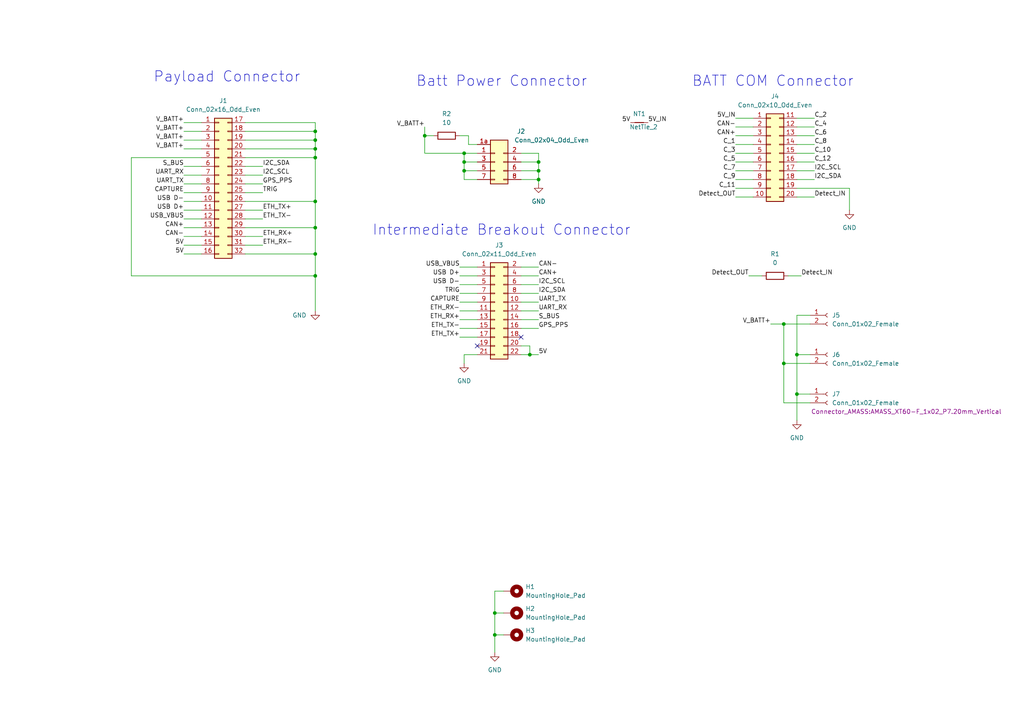
<source format=kicad_sch>
(kicad_sch (version 20211123) (generator eeschema)

  (uuid 1980f559-d5a0-40de-8c2c-5e311b827cf6)

  (paper "A4")

  (lib_symbols
    (symbol "Connector:Conn_01x02_Female" (pin_names (offset 1.016) hide) (in_bom yes) (on_board yes)
      (property "Reference" "J" (id 0) (at 0 2.54 0)
        (effects (font (size 1.27 1.27)))
      )
      (property "Value" "Conn_01x02_Female" (id 1) (at 0 -5.08 0)
        (effects (font (size 1.27 1.27)))
      )
      (property "Footprint" "" (id 2) (at 0 0 0)
        (effects (font (size 1.27 1.27)) hide)
      )
      (property "Datasheet" "~" (id 3) (at 0 0 0)
        (effects (font (size 1.27 1.27)) hide)
      )
      (property "ki_keywords" "connector" (id 4) (at 0 0 0)
        (effects (font (size 1.27 1.27)) hide)
      )
      (property "ki_description" "Generic connector, single row, 01x02, script generated (kicad-library-utils/schlib/autogen/connector/)" (id 5) (at 0 0 0)
        (effects (font (size 1.27 1.27)) hide)
      )
      (property "ki_fp_filters" "Connector*:*_1x??_*" (id 6) (at 0 0 0)
        (effects (font (size 1.27 1.27)) hide)
      )
      (symbol "Conn_01x02_Female_1_1"
        (arc (start 0 -2.032) (mid -0.508 -2.54) (end 0 -3.048)
          (stroke (width 0.1524) (type default) (color 0 0 0 0))
          (fill (type none))
        )
        (polyline
          (pts
            (xy -1.27 -2.54)
            (xy -0.508 -2.54)
          )
          (stroke (width 0.1524) (type default) (color 0 0 0 0))
          (fill (type none))
        )
        (polyline
          (pts
            (xy -1.27 0)
            (xy -0.508 0)
          )
          (stroke (width 0.1524) (type default) (color 0 0 0 0))
          (fill (type none))
        )
        (arc (start 0 0.508) (mid -0.508 0) (end 0 -0.508)
          (stroke (width 0.1524) (type default) (color 0 0 0 0))
          (fill (type none))
        )
        (pin passive line (at -5.08 0 0) (length 3.81)
          (name "Pin_1" (effects (font (size 1.27 1.27))))
          (number "1" (effects (font (size 1.27 1.27))))
        )
        (pin passive line (at -5.08 -2.54 0) (length 3.81)
          (name "Pin_2" (effects (font (size 1.27 1.27))))
          (number "2" (effects (font (size 1.27 1.27))))
        )
      )
    )
    (symbol "Connector_Generic:Conn_02x04_Odd_Even" (pin_names (offset 1.016) hide) (in_bom yes) (on_board yes)
      (property "Reference" "J?" (id 0) (at 1.27 12.7 0)
        (effects (font (size 1.27 1.27)))
      )
      (property "Value" "Conn_02x04_Odd_Even" (id 1) (at 1.27 10.16 0)
        (effects (font (size 1.27 1.27)))
      )
      (property "Footprint" "" (id 2) (at 0 0 0)
        (effects (font (size 1.27 1.27)) hide)
      )
      (property "Datasheet" "~" (id 3) (at 0 0 0)
        (effects (font (size 1.27 1.27)) hide)
      )
      (property "ki_keywords" "connector" (id 4) (at 0 0 0)
        (effects (font (size 1.27 1.27)) hide)
      )
      (property "ki_description" "Generic connector, double row, 02x04, odd/even pin numbering scheme (row 1 odd numbers, row 2 even numbers), script generated (kicad-library-utils/schlib/autogen/connector/)" (id 5) (at 0 0 0)
        (effects (font (size 1.27 1.27)) hide)
      )
      (property "ki_fp_filters" "Connector*:*_2x??_*" (id 6) (at 0 0 0)
        (effects (font (size 1.27 1.27)) hide)
      )
      (symbol "Conn_02x04_Odd_Even_1_1"
        (rectangle (start -1.27 -4.953) (end 0 -5.207)
          (stroke (width 0.1524) (type default) (color 0 0 0 0))
          (fill (type none))
        )
        (rectangle (start -1.27 -2.413) (end 0 -2.667)
          (stroke (width 0.1524) (type default) (color 0 0 0 0))
          (fill (type none))
        )
        (rectangle (start -1.27 0.127) (end 0 -0.127)
          (stroke (width 0.1524) (type default) (color 0 0 0 0))
          (fill (type none))
        )
        (rectangle (start -1.27 2.667) (end 0 2.413)
          (stroke (width 0.1524) (type default) (color 0 0 0 0))
          (fill (type none))
        )
        (rectangle (start -1.27 6.35) (end 3.81 -6.35)
          (stroke (width 0.254) (type default) (color 0 0 0 0))
          (fill (type background))
        )
        (rectangle (start 3.81 -4.953) (end 2.54 -5.207)
          (stroke (width 0.1524) (type default) (color 0 0 0 0))
          (fill (type none))
        )
        (rectangle (start 3.81 -2.413) (end 2.54 -2.667)
          (stroke (width 0.1524) (type default) (color 0 0 0 0))
          (fill (type none))
        )
        (rectangle (start 3.81 0.127) (end 2.54 -0.127)
          (stroke (width 0.1524) (type default) (color 0 0 0 0))
          (fill (type none))
        )
        (rectangle (start 3.81 2.667) (end 2.54 2.413)
          (stroke (width 0.1524) (type default) (color 0 0 0 0))
          (fill (type none))
        )
        (pin passive line (at -5.08 2.54 0) (length 3.81)
          (name "Pin_1" (effects (font (size 1.27 1.27))))
          (number "1" (effects (font (size 1.27 1.27))))
        )
        (pin passive line (at -5.08 5.08 0) (length 3.81)
          (name "Pin_1" (effects (font (size 1.27 1.27))))
          (number "1a" (effects (font (size 1.27 1.27))))
        )
        (pin passive line (at 7.62 2.54 180) (length 3.81)
          (name "Pin_2" (effects (font (size 1.27 1.27))))
          (number "2" (effects (font (size 1.27 1.27))))
        )
        (pin passive line (at -5.08 0 0) (length 3.81)
          (name "Pin_3" (effects (font (size 1.27 1.27))))
          (number "3" (effects (font (size 1.27 1.27))))
        )
        (pin passive line (at 7.62 0 180) (length 3.81)
          (name "Pin_4" (effects (font (size 1.27 1.27))))
          (number "4" (effects (font (size 1.27 1.27))))
        )
        (pin passive line (at -5.08 -2.54 0) (length 3.81)
          (name "Pin_5" (effects (font (size 1.27 1.27))))
          (number "5" (effects (font (size 1.27 1.27))))
        )
        (pin passive line (at 7.62 -2.54 180) (length 3.81)
          (name "Pin_6" (effects (font (size 1.27 1.27))))
          (number "6" (effects (font (size 1.27 1.27))))
        )
        (pin passive line (at -5.08 -5.08 0) (length 3.81)
          (name "Pin_7" (effects (font (size 1.27 1.27))))
          (number "7" (effects (font (size 1.27 1.27))))
        )
        (pin passive line (at 7.62 -5.08 180) (length 3.81)
          (name "Pin_8" (effects (font (size 1.27 1.27))))
          (number "8" (effects (font (size 1.27 1.27))))
        )
      )
    )
    (symbol "Connector_Generic:Conn_02x10_Top_Bottom" (pin_names (offset 1.016) hide) (in_bom yes) (on_board yes)
      (property "Reference" "J" (id 0) (at 1.27 12.7 0)
        (effects (font (size 1.27 1.27)))
      )
      (property "Value" "Conn_02x10_Top_Bottom" (id 1) (at 1.27 -15.24 0)
        (effects (font (size 1.27 1.27)))
      )
      (property "Footprint" "" (id 2) (at 0 0 0)
        (effects (font (size 1.27 1.27)) hide)
      )
      (property "Datasheet" "~" (id 3) (at 0 0 0)
        (effects (font (size 1.27 1.27)) hide)
      )
      (property "ki_keywords" "connector" (id 4) (at 0 0 0)
        (effects (font (size 1.27 1.27)) hide)
      )
      (property "ki_description" "Generic connector, double row, 02x10, top/bottom pin numbering scheme (row 1: 1...pins_per_row, row2: pins_per_row+1 ... num_pins), script generated (kicad-library-utils/schlib/autogen/connector/)" (id 5) (at 0 0 0)
        (effects (font (size 1.27 1.27)) hide)
      )
      (property "ki_fp_filters" "Connector*:*_2x??_*" (id 6) (at 0 0 0)
        (effects (font (size 1.27 1.27)) hide)
      )
      (symbol "Conn_02x10_Top_Bottom_1_1"
        (rectangle (start -1.27 -12.573) (end 0 -12.827)
          (stroke (width 0.1524) (type default) (color 0 0 0 0))
          (fill (type none))
        )
        (rectangle (start -1.27 -10.033) (end 0 -10.287)
          (stroke (width 0.1524) (type default) (color 0 0 0 0))
          (fill (type none))
        )
        (rectangle (start -1.27 -7.493) (end 0 -7.747)
          (stroke (width 0.1524) (type default) (color 0 0 0 0))
          (fill (type none))
        )
        (rectangle (start -1.27 -4.953) (end 0 -5.207)
          (stroke (width 0.1524) (type default) (color 0 0 0 0))
          (fill (type none))
        )
        (rectangle (start -1.27 -2.413) (end 0 -2.667)
          (stroke (width 0.1524) (type default) (color 0 0 0 0))
          (fill (type none))
        )
        (rectangle (start -1.27 0.127) (end 0 -0.127)
          (stroke (width 0.1524) (type default) (color 0 0 0 0))
          (fill (type none))
        )
        (rectangle (start -1.27 2.667) (end 0 2.413)
          (stroke (width 0.1524) (type default) (color 0 0 0 0))
          (fill (type none))
        )
        (rectangle (start -1.27 5.207) (end 0 4.953)
          (stroke (width 0.1524) (type default) (color 0 0 0 0))
          (fill (type none))
        )
        (rectangle (start -1.27 7.747) (end 0 7.493)
          (stroke (width 0.1524) (type default) (color 0 0 0 0))
          (fill (type none))
        )
        (rectangle (start -1.27 10.287) (end 0 10.033)
          (stroke (width 0.1524) (type default) (color 0 0 0 0))
          (fill (type none))
        )
        (rectangle (start -1.27 11.43) (end 3.81 -13.97)
          (stroke (width 0.254) (type default) (color 0 0 0 0))
          (fill (type background))
        )
        (rectangle (start 3.81 -12.573) (end 2.54 -12.827)
          (stroke (width 0.1524) (type default) (color 0 0 0 0))
          (fill (type none))
        )
        (rectangle (start 3.81 -10.033) (end 2.54 -10.287)
          (stroke (width 0.1524) (type default) (color 0 0 0 0))
          (fill (type none))
        )
        (rectangle (start 3.81 -7.493) (end 2.54 -7.747)
          (stroke (width 0.1524) (type default) (color 0 0 0 0))
          (fill (type none))
        )
        (rectangle (start 3.81 -4.953) (end 2.54 -5.207)
          (stroke (width 0.1524) (type default) (color 0 0 0 0))
          (fill (type none))
        )
        (rectangle (start 3.81 -2.413) (end 2.54 -2.667)
          (stroke (width 0.1524) (type default) (color 0 0 0 0))
          (fill (type none))
        )
        (rectangle (start 3.81 0.127) (end 2.54 -0.127)
          (stroke (width 0.1524) (type default) (color 0 0 0 0))
          (fill (type none))
        )
        (rectangle (start 3.81 2.667) (end 2.54 2.413)
          (stroke (width 0.1524) (type default) (color 0 0 0 0))
          (fill (type none))
        )
        (rectangle (start 3.81 5.207) (end 2.54 4.953)
          (stroke (width 0.1524) (type default) (color 0 0 0 0))
          (fill (type none))
        )
        (rectangle (start 3.81 7.747) (end 2.54 7.493)
          (stroke (width 0.1524) (type default) (color 0 0 0 0))
          (fill (type none))
        )
        (rectangle (start 3.81 10.287) (end 2.54 10.033)
          (stroke (width 0.1524) (type default) (color 0 0 0 0))
          (fill (type none))
        )
        (pin passive line (at -5.08 10.16 0) (length 3.81)
          (name "Pin_1" (effects (font (size 1.27 1.27))))
          (number "1" (effects (font (size 1.27 1.27))))
        )
        (pin passive line (at -5.08 -12.7 0) (length 3.81)
          (name "Pin_10" (effects (font (size 1.27 1.27))))
          (number "10" (effects (font (size 1.27 1.27))))
        )
        (pin passive line (at 7.62 10.16 180) (length 3.81)
          (name "Pin_11" (effects (font (size 1.27 1.27))))
          (number "11" (effects (font (size 1.27 1.27))))
        )
        (pin passive line (at 7.62 7.62 180) (length 3.81)
          (name "Pin_12" (effects (font (size 1.27 1.27))))
          (number "12" (effects (font (size 1.27 1.27))))
        )
        (pin passive line (at 7.62 5.08 180) (length 3.81)
          (name "Pin_13" (effects (font (size 1.27 1.27))))
          (number "13" (effects (font (size 1.27 1.27))))
        )
        (pin passive line (at 7.62 2.54 180) (length 3.81)
          (name "Pin_14" (effects (font (size 1.27 1.27))))
          (number "14" (effects (font (size 1.27 1.27))))
        )
        (pin passive line (at 7.62 0 180) (length 3.81)
          (name "Pin_15" (effects (font (size 1.27 1.27))))
          (number "15" (effects (font (size 1.27 1.27))))
        )
        (pin passive line (at 7.62 -2.54 180) (length 3.81)
          (name "Pin_16" (effects (font (size 1.27 1.27))))
          (number "16" (effects (font (size 1.27 1.27))))
        )
        (pin passive line (at 7.62 -5.08 180) (length 3.81)
          (name "Pin_17" (effects (font (size 1.27 1.27))))
          (number "17" (effects (font (size 1.27 1.27))))
        )
        (pin passive line (at 7.62 -7.62 180) (length 3.81)
          (name "Pin_18" (effects (font (size 1.27 1.27))))
          (number "18" (effects (font (size 1.27 1.27))))
        )
        (pin passive line (at 7.62 -10.16 180) (length 3.81)
          (name "Pin_19" (effects (font (size 1.27 1.27))))
          (number "19" (effects (font (size 1.27 1.27))))
        )
        (pin passive line (at -5.08 7.62 0) (length 3.81)
          (name "Pin_2" (effects (font (size 1.27 1.27))))
          (number "2" (effects (font (size 1.27 1.27))))
        )
        (pin passive line (at 7.62 -12.7 180) (length 3.81)
          (name "Pin_20" (effects (font (size 1.27 1.27))))
          (number "20" (effects (font (size 1.27 1.27))))
        )
        (pin passive line (at -5.08 5.08 0) (length 3.81)
          (name "Pin_3" (effects (font (size 1.27 1.27))))
          (number "3" (effects (font (size 1.27 1.27))))
        )
        (pin passive line (at -5.08 2.54 0) (length 3.81)
          (name "Pin_4" (effects (font (size 1.27 1.27))))
          (number "4" (effects (font (size 1.27 1.27))))
        )
        (pin passive line (at -5.08 0 0) (length 3.81)
          (name "Pin_5" (effects (font (size 1.27 1.27))))
          (number "5" (effects (font (size 1.27 1.27))))
        )
        (pin passive line (at -5.08 -2.54 0) (length 3.81)
          (name "Pin_6" (effects (font (size 1.27 1.27))))
          (number "6" (effects (font (size 1.27 1.27))))
        )
        (pin passive line (at -5.08 -5.08 0) (length 3.81)
          (name "Pin_7" (effects (font (size 1.27 1.27))))
          (number "7" (effects (font (size 1.27 1.27))))
        )
        (pin passive line (at -5.08 -7.62 0) (length 3.81)
          (name "Pin_8" (effects (font (size 1.27 1.27))))
          (number "8" (effects (font (size 1.27 1.27))))
        )
        (pin passive line (at -5.08 -10.16 0) (length 3.81)
          (name "Pin_9" (effects (font (size 1.27 1.27))))
          (number "9" (effects (font (size 1.27 1.27))))
        )
      )
    )
    (symbol "Connector_Generic:Conn_02x11_Odd_Even" (pin_names (offset 1.016) hide) (in_bom yes) (on_board yes)
      (property "Reference" "J" (id 0) (at 1.27 15.24 0)
        (effects (font (size 1.27 1.27)))
      )
      (property "Value" "Conn_02x11_Odd_Even" (id 1) (at 1.27 -15.24 0)
        (effects (font (size 1.27 1.27)))
      )
      (property "Footprint" "" (id 2) (at 0 0 0)
        (effects (font (size 1.27 1.27)) hide)
      )
      (property "Datasheet" "~" (id 3) (at 0 0 0)
        (effects (font (size 1.27 1.27)) hide)
      )
      (property "ki_keywords" "connector" (id 4) (at 0 0 0)
        (effects (font (size 1.27 1.27)) hide)
      )
      (property "ki_description" "Generic connector, double row, 02x11, odd/even pin numbering scheme (row 1 odd numbers, row 2 even numbers), script generated (kicad-library-utils/schlib/autogen/connector/)" (id 5) (at 0 0 0)
        (effects (font (size 1.27 1.27)) hide)
      )
      (property "ki_fp_filters" "Connector*:*_2x??_*" (id 6) (at 0 0 0)
        (effects (font (size 1.27 1.27)) hide)
      )
      (symbol "Conn_02x11_Odd_Even_1_1"
        (rectangle (start -1.27 -12.573) (end 0 -12.827)
          (stroke (width 0.1524) (type default) (color 0 0 0 0))
          (fill (type none))
        )
        (rectangle (start -1.27 -10.033) (end 0 -10.287)
          (stroke (width 0.1524) (type default) (color 0 0 0 0))
          (fill (type none))
        )
        (rectangle (start -1.27 -7.493) (end 0 -7.747)
          (stroke (width 0.1524) (type default) (color 0 0 0 0))
          (fill (type none))
        )
        (rectangle (start -1.27 -4.953) (end 0 -5.207)
          (stroke (width 0.1524) (type default) (color 0 0 0 0))
          (fill (type none))
        )
        (rectangle (start -1.27 -2.413) (end 0 -2.667)
          (stroke (width 0.1524) (type default) (color 0 0 0 0))
          (fill (type none))
        )
        (rectangle (start -1.27 0.127) (end 0 -0.127)
          (stroke (width 0.1524) (type default) (color 0 0 0 0))
          (fill (type none))
        )
        (rectangle (start -1.27 2.667) (end 0 2.413)
          (stroke (width 0.1524) (type default) (color 0 0 0 0))
          (fill (type none))
        )
        (rectangle (start -1.27 5.207) (end 0 4.953)
          (stroke (width 0.1524) (type default) (color 0 0 0 0))
          (fill (type none))
        )
        (rectangle (start -1.27 7.747) (end 0 7.493)
          (stroke (width 0.1524) (type default) (color 0 0 0 0))
          (fill (type none))
        )
        (rectangle (start -1.27 10.287) (end 0 10.033)
          (stroke (width 0.1524) (type default) (color 0 0 0 0))
          (fill (type none))
        )
        (rectangle (start -1.27 12.827) (end 0 12.573)
          (stroke (width 0.1524) (type default) (color 0 0 0 0))
          (fill (type none))
        )
        (rectangle (start -1.27 13.97) (end 3.81 -13.97)
          (stroke (width 0.254) (type default) (color 0 0 0 0))
          (fill (type background))
        )
        (rectangle (start 3.81 -12.573) (end 2.54 -12.827)
          (stroke (width 0.1524) (type default) (color 0 0 0 0))
          (fill (type none))
        )
        (rectangle (start 3.81 -10.033) (end 2.54 -10.287)
          (stroke (width 0.1524) (type default) (color 0 0 0 0))
          (fill (type none))
        )
        (rectangle (start 3.81 -7.493) (end 2.54 -7.747)
          (stroke (width 0.1524) (type default) (color 0 0 0 0))
          (fill (type none))
        )
        (rectangle (start 3.81 -4.953) (end 2.54 -5.207)
          (stroke (width 0.1524) (type default) (color 0 0 0 0))
          (fill (type none))
        )
        (rectangle (start 3.81 -2.413) (end 2.54 -2.667)
          (stroke (width 0.1524) (type default) (color 0 0 0 0))
          (fill (type none))
        )
        (rectangle (start 3.81 0.127) (end 2.54 -0.127)
          (stroke (width 0.1524) (type default) (color 0 0 0 0))
          (fill (type none))
        )
        (rectangle (start 3.81 2.667) (end 2.54 2.413)
          (stroke (width 0.1524) (type default) (color 0 0 0 0))
          (fill (type none))
        )
        (rectangle (start 3.81 5.207) (end 2.54 4.953)
          (stroke (width 0.1524) (type default) (color 0 0 0 0))
          (fill (type none))
        )
        (rectangle (start 3.81 7.747) (end 2.54 7.493)
          (stroke (width 0.1524) (type default) (color 0 0 0 0))
          (fill (type none))
        )
        (rectangle (start 3.81 10.287) (end 2.54 10.033)
          (stroke (width 0.1524) (type default) (color 0 0 0 0))
          (fill (type none))
        )
        (rectangle (start 3.81 12.827) (end 2.54 12.573)
          (stroke (width 0.1524) (type default) (color 0 0 0 0))
          (fill (type none))
        )
        (pin passive line (at -5.08 12.7 0) (length 3.81)
          (name "Pin_1" (effects (font (size 1.27 1.27))))
          (number "1" (effects (font (size 1.27 1.27))))
        )
        (pin passive line (at 7.62 2.54 180) (length 3.81)
          (name "Pin_10" (effects (font (size 1.27 1.27))))
          (number "10" (effects (font (size 1.27 1.27))))
        )
        (pin passive line (at -5.08 0 0) (length 3.81)
          (name "Pin_11" (effects (font (size 1.27 1.27))))
          (number "11" (effects (font (size 1.27 1.27))))
        )
        (pin passive line (at 7.62 0 180) (length 3.81)
          (name "Pin_12" (effects (font (size 1.27 1.27))))
          (number "12" (effects (font (size 1.27 1.27))))
        )
        (pin passive line (at -5.08 -2.54 0) (length 3.81)
          (name "Pin_13" (effects (font (size 1.27 1.27))))
          (number "13" (effects (font (size 1.27 1.27))))
        )
        (pin passive line (at 7.62 -2.54 180) (length 3.81)
          (name "Pin_14" (effects (font (size 1.27 1.27))))
          (number "14" (effects (font (size 1.27 1.27))))
        )
        (pin passive line (at -5.08 -5.08 0) (length 3.81)
          (name "Pin_15" (effects (font (size 1.27 1.27))))
          (number "15" (effects (font (size 1.27 1.27))))
        )
        (pin passive line (at 7.62 -5.08 180) (length 3.81)
          (name "Pin_16" (effects (font (size 1.27 1.27))))
          (number "16" (effects (font (size 1.27 1.27))))
        )
        (pin passive line (at -5.08 -7.62 0) (length 3.81)
          (name "Pin_17" (effects (font (size 1.27 1.27))))
          (number "17" (effects (font (size 1.27 1.27))))
        )
        (pin passive line (at 7.62 -7.62 180) (length 3.81)
          (name "Pin_18" (effects (font (size 1.27 1.27))))
          (number "18" (effects (font (size 1.27 1.27))))
        )
        (pin passive line (at -5.08 -10.16 0) (length 3.81)
          (name "Pin_19" (effects (font (size 1.27 1.27))))
          (number "19" (effects (font (size 1.27 1.27))))
        )
        (pin passive line (at 7.62 12.7 180) (length 3.81)
          (name "Pin_2" (effects (font (size 1.27 1.27))))
          (number "2" (effects (font (size 1.27 1.27))))
        )
        (pin passive line (at 7.62 -10.16 180) (length 3.81)
          (name "Pin_20" (effects (font (size 1.27 1.27))))
          (number "20" (effects (font (size 1.27 1.27))))
        )
        (pin passive line (at -5.08 -12.7 0) (length 3.81)
          (name "Pin_21" (effects (font (size 1.27 1.27))))
          (number "21" (effects (font (size 1.27 1.27))))
        )
        (pin passive line (at 7.62 -12.7 180) (length 3.81)
          (name "Pin_22" (effects (font (size 1.27 1.27))))
          (number "22" (effects (font (size 1.27 1.27))))
        )
        (pin passive line (at -5.08 10.16 0) (length 3.81)
          (name "Pin_3" (effects (font (size 1.27 1.27))))
          (number "3" (effects (font (size 1.27 1.27))))
        )
        (pin passive line (at 7.62 10.16 180) (length 3.81)
          (name "Pin_4" (effects (font (size 1.27 1.27))))
          (number "4" (effects (font (size 1.27 1.27))))
        )
        (pin passive line (at -5.08 7.62 0) (length 3.81)
          (name "Pin_5" (effects (font (size 1.27 1.27))))
          (number "5" (effects (font (size 1.27 1.27))))
        )
        (pin passive line (at 7.62 7.62 180) (length 3.81)
          (name "Pin_6" (effects (font (size 1.27 1.27))))
          (number "6" (effects (font (size 1.27 1.27))))
        )
        (pin passive line (at -5.08 5.08 0) (length 3.81)
          (name "Pin_7" (effects (font (size 1.27 1.27))))
          (number "7" (effects (font (size 1.27 1.27))))
        )
        (pin passive line (at 7.62 5.08 180) (length 3.81)
          (name "Pin_8" (effects (font (size 1.27 1.27))))
          (number "8" (effects (font (size 1.27 1.27))))
        )
        (pin passive line (at -5.08 2.54 0) (length 3.81)
          (name "Pin_9" (effects (font (size 1.27 1.27))))
          (number "9" (effects (font (size 1.27 1.27))))
        )
      )
    )
    (symbol "Connector_Generic:Conn_02x16_Top_Bottom" (pin_names (offset 1.016) hide) (in_bom yes) (on_board yes)
      (property "Reference" "J" (id 0) (at 1.27 20.32 0)
        (effects (font (size 1.27 1.27)))
      )
      (property "Value" "Conn_02x16_Top_Bottom" (id 1) (at 1.27 -22.86 0)
        (effects (font (size 1.27 1.27)))
      )
      (property "Footprint" "" (id 2) (at 0 0 0)
        (effects (font (size 1.27 1.27)) hide)
      )
      (property "Datasheet" "~" (id 3) (at 0 0 0)
        (effects (font (size 1.27 1.27)) hide)
      )
      (property "ki_keywords" "connector" (id 4) (at 0 0 0)
        (effects (font (size 1.27 1.27)) hide)
      )
      (property "ki_description" "Generic connector, double row, 02x16, top/bottom pin numbering scheme (row 1: 1...pins_per_row, row2: pins_per_row+1 ... num_pins), script generated (kicad-library-utils/schlib/autogen/connector/)" (id 5) (at 0 0 0)
        (effects (font (size 1.27 1.27)) hide)
      )
      (property "ki_fp_filters" "Connector*:*_2x??_*" (id 6) (at 0 0 0)
        (effects (font (size 1.27 1.27)) hide)
      )
      (symbol "Conn_02x16_Top_Bottom_1_1"
        (rectangle (start -1.27 -20.193) (end 0 -20.447)
          (stroke (width 0.1524) (type default) (color 0 0 0 0))
          (fill (type none))
        )
        (rectangle (start -1.27 -17.653) (end 0 -17.907)
          (stroke (width 0.1524) (type default) (color 0 0 0 0))
          (fill (type none))
        )
        (rectangle (start -1.27 -15.113) (end 0 -15.367)
          (stroke (width 0.1524) (type default) (color 0 0 0 0))
          (fill (type none))
        )
        (rectangle (start -1.27 -12.573) (end 0 -12.827)
          (stroke (width 0.1524) (type default) (color 0 0 0 0))
          (fill (type none))
        )
        (rectangle (start -1.27 -10.033) (end 0 -10.287)
          (stroke (width 0.1524) (type default) (color 0 0 0 0))
          (fill (type none))
        )
        (rectangle (start -1.27 -7.493) (end 0 -7.747)
          (stroke (width 0.1524) (type default) (color 0 0 0 0))
          (fill (type none))
        )
        (rectangle (start -1.27 -4.953) (end 0 -5.207)
          (stroke (width 0.1524) (type default) (color 0 0 0 0))
          (fill (type none))
        )
        (rectangle (start -1.27 -2.413) (end 0 -2.667)
          (stroke (width 0.1524) (type default) (color 0 0 0 0))
          (fill (type none))
        )
        (rectangle (start -1.27 0.127) (end 0 -0.127)
          (stroke (width 0.1524) (type default) (color 0 0 0 0))
          (fill (type none))
        )
        (rectangle (start -1.27 2.667) (end 0 2.413)
          (stroke (width 0.1524) (type default) (color 0 0 0 0))
          (fill (type none))
        )
        (rectangle (start -1.27 5.207) (end 0 4.953)
          (stroke (width 0.1524) (type default) (color 0 0 0 0))
          (fill (type none))
        )
        (rectangle (start -1.27 7.747) (end 0 7.493)
          (stroke (width 0.1524) (type default) (color 0 0 0 0))
          (fill (type none))
        )
        (rectangle (start -1.27 10.287) (end 0 10.033)
          (stroke (width 0.1524) (type default) (color 0 0 0 0))
          (fill (type none))
        )
        (rectangle (start -1.27 12.827) (end 0 12.573)
          (stroke (width 0.1524) (type default) (color 0 0 0 0))
          (fill (type none))
        )
        (rectangle (start -1.27 15.367) (end 0 15.113)
          (stroke (width 0.1524) (type default) (color 0 0 0 0))
          (fill (type none))
        )
        (rectangle (start -1.27 17.907) (end 0 17.653)
          (stroke (width 0.1524) (type default) (color 0 0 0 0))
          (fill (type none))
        )
        (rectangle (start -1.27 19.05) (end 3.81 -21.59)
          (stroke (width 0.254) (type default) (color 0 0 0 0))
          (fill (type background))
        )
        (rectangle (start 3.81 -20.193) (end 2.54 -20.447)
          (stroke (width 0.1524) (type default) (color 0 0 0 0))
          (fill (type none))
        )
        (rectangle (start 3.81 -17.653) (end 2.54 -17.907)
          (stroke (width 0.1524) (type default) (color 0 0 0 0))
          (fill (type none))
        )
        (rectangle (start 3.81 -15.113) (end 2.54 -15.367)
          (stroke (width 0.1524) (type default) (color 0 0 0 0))
          (fill (type none))
        )
        (rectangle (start 3.81 -12.573) (end 2.54 -12.827)
          (stroke (width 0.1524) (type default) (color 0 0 0 0))
          (fill (type none))
        )
        (rectangle (start 3.81 -10.033) (end 2.54 -10.287)
          (stroke (width 0.1524) (type default) (color 0 0 0 0))
          (fill (type none))
        )
        (rectangle (start 3.81 -7.493) (end 2.54 -7.747)
          (stroke (width 0.1524) (type default) (color 0 0 0 0))
          (fill (type none))
        )
        (rectangle (start 3.81 -4.953) (end 2.54 -5.207)
          (stroke (width 0.1524) (type default) (color 0 0 0 0))
          (fill (type none))
        )
        (rectangle (start 3.81 -2.413) (end 2.54 -2.667)
          (stroke (width 0.1524) (type default) (color 0 0 0 0))
          (fill (type none))
        )
        (rectangle (start 3.81 0.127) (end 2.54 -0.127)
          (stroke (width 0.1524) (type default) (color 0 0 0 0))
          (fill (type none))
        )
        (rectangle (start 3.81 2.667) (end 2.54 2.413)
          (stroke (width 0.1524) (type default) (color 0 0 0 0))
          (fill (type none))
        )
        (rectangle (start 3.81 5.207) (end 2.54 4.953)
          (stroke (width 0.1524) (type default) (color 0 0 0 0))
          (fill (type none))
        )
        (rectangle (start 3.81 7.747) (end 2.54 7.493)
          (stroke (width 0.1524) (type default) (color 0 0 0 0))
          (fill (type none))
        )
        (rectangle (start 3.81 10.287) (end 2.54 10.033)
          (stroke (width 0.1524) (type default) (color 0 0 0 0))
          (fill (type none))
        )
        (rectangle (start 3.81 12.827) (end 2.54 12.573)
          (stroke (width 0.1524) (type default) (color 0 0 0 0))
          (fill (type none))
        )
        (rectangle (start 3.81 15.367) (end 2.54 15.113)
          (stroke (width 0.1524) (type default) (color 0 0 0 0))
          (fill (type none))
        )
        (rectangle (start 3.81 17.907) (end 2.54 17.653)
          (stroke (width 0.1524) (type default) (color 0 0 0 0))
          (fill (type none))
        )
        (pin passive line (at -5.08 17.78 0) (length 3.81)
          (name "Pin_1" (effects (font (size 1.27 1.27))))
          (number "1" (effects (font (size 1.27 1.27))))
        )
        (pin passive line (at -5.08 -5.08 0) (length 3.81)
          (name "Pin_10" (effects (font (size 1.27 1.27))))
          (number "10" (effects (font (size 1.27 1.27))))
        )
        (pin passive line (at -5.08 -7.62 0) (length 3.81)
          (name "Pin_11" (effects (font (size 1.27 1.27))))
          (number "11" (effects (font (size 1.27 1.27))))
        )
        (pin passive line (at -5.08 -10.16 0) (length 3.81)
          (name "Pin_12" (effects (font (size 1.27 1.27))))
          (number "12" (effects (font (size 1.27 1.27))))
        )
        (pin passive line (at -5.08 -12.7 0) (length 3.81)
          (name "Pin_13" (effects (font (size 1.27 1.27))))
          (number "13" (effects (font (size 1.27 1.27))))
        )
        (pin passive line (at -5.08 -15.24 0) (length 3.81)
          (name "Pin_14" (effects (font (size 1.27 1.27))))
          (number "14" (effects (font (size 1.27 1.27))))
        )
        (pin passive line (at -5.08 -17.78 0) (length 3.81)
          (name "Pin_15" (effects (font (size 1.27 1.27))))
          (number "15" (effects (font (size 1.27 1.27))))
        )
        (pin passive line (at -5.08 -20.32 0) (length 3.81)
          (name "Pin_16" (effects (font (size 1.27 1.27))))
          (number "16" (effects (font (size 1.27 1.27))))
        )
        (pin passive line (at 7.62 17.78 180) (length 3.81)
          (name "Pin_17" (effects (font (size 1.27 1.27))))
          (number "17" (effects (font (size 1.27 1.27))))
        )
        (pin passive line (at 7.62 15.24 180) (length 3.81)
          (name "Pin_18" (effects (font (size 1.27 1.27))))
          (number "18" (effects (font (size 1.27 1.27))))
        )
        (pin passive line (at 7.62 12.7 180) (length 3.81)
          (name "Pin_19" (effects (font (size 1.27 1.27))))
          (number "19" (effects (font (size 1.27 1.27))))
        )
        (pin passive line (at -5.08 15.24 0) (length 3.81)
          (name "Pin_2" (effects (font (size 1.27 1.27))))
          (number "2" (effects (font (size 1.27 1.27))))
        )
        (pin passive line (at 7.62 10.16 180) (length 3.81)
          (name "Pin_20" (effects (font (size 1.27 1.27))))
          (number "20" (effects (font (size 1.27 1.27))))
        )
        (pin passive line (at 7.62 7.62 180) (length 3.81)
          (name "Pin_21" (effects (font (size 1.27 1.27))))
          (number "21" (effects (font (size 1.27 1.27))))
        )
        (pin passive line (at 7.62 5.08 180) (length 3.81)
          (name "Pin_22" (effects (font (size 1.27 1.27))))
          (number "22" (effects (font (size 1.27 1.27))))
        )
        (pin passive line (at 7.62 2.54 180) (length 3.81)
          (name "Pin_23" (effects (font (size 1.27 1.27))))
          (number "23" (effects (font (size 1.27 1.27))))
        )
        (pin passive line (at 7.62 0 180) (length 3.81)
          (name "Pin_24" (effects (font (size 1.27 1.27))))
          (number "24" (effects (font (size 1.27 1.27))))
        )
        (pin passive line (at 7.62 -2.54 180) (length 3.81)
          (name "Pin_25" (effects (font (size 1.27 1.27))))
          (number "25" (effects (font (size 1.27 1.27))))
        )
        (pin passive line (at 7.62 -5.08 180) (length 3.81)
          (name "Pin_26" (effects (font (size 1.27 1.27))))
          (number "26" (effects (font (size 1.27 1.27))))
        )
        (pin passive line (at 7.62 -7.62 180) (length 3.81)
          (name "Pin_27" (effects (font (size 1.27 1.27))))
          (number "27" (effects (font (size 1.27 1.27))))
        )
        (pin passive line (at 7.62 -10.16 180) (length 3.81)
          (name "Pin_28" (effects (font (size 1.27 1.27))))
          (number "28" (effects (font (size 1.27 1.27))))
        )
        (pin passive line (at 7.62 -12.7 180) (length 3.81)
          (name "Pin_29" (effects (font (size 1.27 1.27))))
          (number "29" (effects (font (size 1.27 1.27))))
        )
        (pin passive line (at -5.08 12.7 0) (length 3.81)
          (name "Pin_3" (effects (font (size 1.27 1.27))))
          (number "3" (effects (font (size 1.27 1.27))))
        )
        (pin passive line (at 7.62 -15.24 180) (length 3.81)
          (name "Pin_30" (effects (font (size 1.27 1.27))))
          (number "30" (effects (font (size 1.27 1.27))))
        )
        (pin passive line (at 7.62 -17.78 180) (length 3.81)
          (name "Pin_31" (effects (font (size 1.27 1.27))))
          (number "31" (effects (font (size 1.27 1.27))))
        )
        (pin passive line (at 7.62 -20.32 180) (length 3.81)
          (name "Pin_32" (effects (font (size 1.27 1.27))))
          (number "32" (effects (font (size 1.27 1.27))))
        )
        (pin passive line (at -5.08 10.16 0) (length 3.81)
          (name "Pin_4" (effects (font (size 1.27 1.27))))
          (number "4" (effects (font (size 1.27 1.27))))
        )
        (pin passive line (at -5.08 7.62 0) (length 3.81)
          (name "Pin_5" (effects (font (size 1.27 1.27))))
          (number "5" (effects (font (size 1.27 1.27))))
        )
        (pin passive line (at -5.08 5.08 0) (length 3.81)
          (name "Pin_6" (effects (font (size 1.27 1.27))))
          (number "6" (effects (font (size 1.27 1.27))))
        )
        (pin passive line (at -5.08 2.54 0) (length 3.81)
          (name "Pin_7" (effects (font (size 1.27 1.27))))
          (number "7" (effects (font (size 1.27 1.27))))
        )
        (pin passive line (at -5.08 0 0) (length 3.81)
          (name "Pin_8" (effects (font (size 1.27 1.27))))
          (number "8" (effects (font (size 1.27 1.27))))
        )
        (pin passive line (at -5.08 -2.54 0) (length 3.81)
          (name "Pin_9" (effects (font (size 1.27 1.27))))
          (number "9" (effects (font (size 1.27 1.27))))
        )
      )
    )
    (symbol "Device:NetTie_2" (pin_numbers hide) (pin_names (offset 0) hide) (in_bom no) (on_board yes)
      (property "Reference" "NT" (id 0) (at 0 1.27 0)
        (effects (font (size 1.27 1.27)))
      )
      (property "Value" "NetTie_2" (id 1) (at 0 -1.27 0)
        (effects (font (size 1.27 1.27)))
      )
      (property "Footprint" "" (id 2) (at 0 0 0)
        (effects (font (size 1.27 1.27)) hide)
      )
      (property "Datasheet" "~" (id 3) (at 0 0 0)
        (effects (font (size 1.27 1.27)) hide)
      )
      (property "ki_keywords" "net tie short" (id 4) (at 0 0 0)
        (effects (font (size 1.27 1.27)) hide)
      )
      (property "ki_description" "Net tie, 2 pins" (id 5) (at 0 0 0)
        (effects (font (size 1.27 1.27)) hide)
      )
      (property "ki_fp_filters" "Net*Tie*" (id 6) (at 0 0 0)
        (effects (font (size 1.27 1.27)) hide)
      )
      (symbol "NetTie_2_0_1"
        (polyline
          (pts
            (xy -1.27 0)
            (xy 1.27 0)
          )
          (stroke (width 0.254) (type default) (color 0 0 0 0))
          (fill (type none))
        )
      )
      (symbol "NetTie_2_1_1"
        (pin passive line (at -2.54 0 0) (length 2.54)
          (name "1" (effects (font (size 1.27 1.27))))
          (number "1" (effects (font (size 1.27 1.27))))
        )
        (pin passive line (at 2.54 0 180) (length 2.54)
          (name "2" (effects (font (size 1.27 1.27))))
          (number "2" (effects (font (size 1.27 1.27))))
        )
      )
    )
    (symbol "Device:R" (pin_numbers hide) (pin_names (offset 0)) (in_bom yes) (on_board yes)
      (property "Reference" "R" (id 0) (at 2.032 0 90)
        (effects (font (size 1.27 1.27)))
      )
      (property "Value" "R" (id 1) (at 0 0 90)
        (effects (font (size 1.27 1.27)))
      )
      (property "Footprint" "" (id 2) (at -1.778 0 90)
        (effects (font (size 1.27 1.27)) hide)
      )
      (property "Datasheet" "~" (id 3) (at 0 0 0)
        (effects (font (size 1.27 1.27)) hide)
      )
      (property "ki_keywords" "R res resistor" (id 4) (at 0 0 0)
        (effects (font (size 1.27 1.27)) hide)
      )
      (property "ki_description" "Resistor" (id 5) (at 0 0 0)
        (effects (font (size 1.27 1.27)) hide)
      )
      (property "ki_fp_filters" "R_*" (id 6) (at 0 0 0)
        (effects (font (size 1.27 1.27)) hide)
      )
      (symbol "R_0_1"
        (rectangle (start -1.016 -2.54) (end 1.016 2.54)
          (stroke (width 0.254) (type default) (color 0 0 0 0))
          (fill (type none))
        )
      )
      (symbol "R_1_1"
        (pin passive line (at 0 3.81 270) (length 1.27)
          (name "~" (effects (font (size 1.27 1.27))))
          (number "1" (effects (font (size 1.27 1.27))))
        )
        (pin passive line (at 0 -3.81 90) (length 1.27)
          (name "~" (effects (font (size 1.27 1.27))))
          (number "2" (effects (font (size 1.27 1.27))))
        )
      )
    )
    (symbol "Mechanical:MountingHole_Pad" (pin_numbers hide) (pin_names (offset 1.016) hide) (in_bom yes) (on_board yes)
      (property "Reference" "H" (id 0) (at 0 6.35 0)
        (effects (font (size 1.27 1.27)))
      )
      (property "Value" "MountingHole_Pad" (id 1) (at 0 4.445 0)
        (effects (font (size 1.27 1.27)))
      )
      (property "Footprint" "" (id 2) (at 0 0 0)
        (effects (font (size 1.27 1.27)) hide)
      )
      (property "Datasheet" "~" (id 3) (at 0 0 0)
        (effects (font (size 1.27 1.27)) hide)
      )
      (property "ki_keywords" "mounting hole" (id 4) (at 0 0 0)
        (effects (font (size 1.27 1.27)) hide)
      )
      (property "ki_description" "Mounting Hole with connection" (id 5) (at 0 0 0)
        (effects (font (size 1.27 1.27)) hide)
      )
      (property "ki_fp_filters" "MountingHole*Pad*" (id 6) (at 0 0 0)
        (effects (font (size 1.27 1.27)) hide)
      )
      (symbol "MountingHole_Pad_0_1"
        (circle (center 0 1.27) (radius 1.27)
          (stroke (width 1.27) (type default) (color 0 0 0 0))
          (fill (type none))
        )
      )
      (symbol "MountingHole_Pad_1_1"
        (pin input line (at 0 -2.54 90) (length 2.54)
          (name "1" (effects (font (size 1.27 1.27))))
          (number "1" (effects (font (size 1.27 1.27))))
        )
      )
    )
    (symbol "power:GND" (power) (pin_names (offset 0)) (in_bom yes) (on_board yes)
      (property "Reference" "#PWR" (id 0) (at 0 -6.35 0)
        (effects (font (size 1.27 1.27)) hide)
      )
      (property "Value" "GND" (id 1) (at 0 -3.81 0)
        (effects (font (size 1.27 1.27)))
      )
      (property "Footprint" "" (id 2) (at 0 0 0)
        (effects (font (size 1.27 1.27)) hide)
      )
      (property "Datasheet" "" (id 3) (at 0 0 0)
        (effects (font (size 1.27 1.27)) hide)
      )
      (property "ki_keywords" "global power" (id 4) (at 0 0 0)
        (effects (font (size 1.27 1.27)) hide)
      )
      (property "ki_description" "Power symbol creates a global label with name \"GND\" , ground" (id 5) (at 0 0 0)
        (effects (font (size 1.27 1.27)) hide)
      )
      (symbol "GND_0_1"
        (polyline
          (pts
            (xy 0 0)
            (xy 0 -1.27)
            (xy 1.27 -1.27)
            (xy 0 -2.54)
            (xy -1.27 -1.27)
            (xy 0 -1.27)
          )
          (stroke (width 0) (type default) (color 0 0 0 0))
          (fill (type none))
        )
      )
      (symbol "GND_1_1"
        (pin power_in line (at 0 0 270) (length 0) hide
          (name "GND" (effects (font (size 1.27 1.27))))
          (number "1" (effects (font (size 1.27 1.27))))
        )
      )
    )
  )

  (junction (at 91.44 45.72) (diameter 0) (color 0 0 0 0)
    (uuid 034b029a-783d-4ce2-869f-46cb36d4dbae)
  )
  (junction (at 134.62 44.45) (diameter 0) (color 0 0 0 0)
    (uuid 0593b1cf-d06c-44b3-96b9-ba5efbcb2afc)
  )
  (junction (at 156.21 52.07) (diameter 0) (color 0 0 0 0)
    (uuid 085c608f-977c-423f-9b95-d71b311c9a1b)
  )
  (junction (at 156.21 49.53) (diameter 0) (color 0 0 0 0)
    (uuid 24940340-6b63-4e88-93b3-a3fa5014ef3d)
  )
  (junction (at 153.67 102.87) (diameter 0) (color 0 0 0 0)
    (uuid 37b4a838-11f8-4631-a798-18ed8a6c7b75)
  )
  (junction (at 231.14 114.3) (diameter 0) (color 0 0 0 0)
    (uuid 3abc9b84-18be-435e-b411-f27d0eb732fc)
  )
  (junction (at 134.62 46.99) (diameter 0) (color 0 0 0 0)
    (uuid 3ccc79d7-146a-47f1-aab4-7ab025765257)
  )
  (junction (at 227.33 105.41) (diameter 0) (color 0 0 0 0)
    (uuid 4401ed58-34f3-4488-b3d7-f5ae0655d5e9)
  )
  (junction (at 143.51 177.8) (diameter 0) (color 0 0 0 0)
    (uuid 495f0696-8803-4576-a4bf-93ebd7ecca80)
  )
  (junction (at 91.44 80.01) (diameter 0) (color 0 0 0 0)
    (uuid 4d67fe2b-185b-4a90-a8c2-efff42d14371)
  )
  (junction (at 134.62 49.53) (diameter 0) (color 0 0 0 0)
    (uuid 4e16d125-b369-4649-953c-d050ff7383d7)
  )
  (junction (at 91.44 43.18) (diameter 0) (color 0 0 0 0)
    (uuid 664f23bb-519e-4e26-bb89-322921900915)
  )
  (junction (at 91.44 38.1) (diameter 0) (color 0 0 0 0)
    (uuid 7292dd60-7252-4785-ad80-1aa534dd4e2a)
  )
  (junction (at 231.14 102.87) (diameter 0) (color 0 0 0 0)
    (uuid 8857d224-f231-48ef-8161-85da964e7546)
  )
  (junction (at 91.44 58.42) (diameter 0) (color 0 0 0 0)
    (uuid add0447c-f4fe-4147-9ef2-670868d6275f)
  )
  (junction (at 91.44 66.04) (diameter 0) (color 0 0 0 0)
    (uuid c039cb0a-26d1-4f66-862f-d322d1eed1e9)
  )
  (junction (at 143.51 184.15) (diameter 0) (color 0 0 0 0)
    (uuid c2132d48-9084-4dab-8ec4-c7806486926a)
  )
  (junction (at 91.44 73.66) (diameter 0) (color 0 0 0 0)
    (uuid c7c428fe-4e36-48b5-96ff-7f81c9eb55d4)
  )
  (junction (at 156.21 46.99) (diameter 0) (color 0 0 0 0)
    (uuid c9259e65-a200-4d56-abb5-2712038ed906)
  )
  (junction (at 227.33 93.98) (diameter 0) (color 0 0 0 0)
    (uuid d710ea07-cb4c-44e5-926d-976de4d2033d)
  )
  (junction (at 123.19 39.37) (diameter 0) (color 0 0 0 0)
    (uuid e119f493-0fe2-4195-9a5d-d2d70dc64c45)
  )
  (junction (at 91.44 40.64) (diameter 0) (color 0 0 0 0)
    (uuid f70b6063-3414-4ea6-8c7d-8c3c206e589a)
  )

  (no_connect (at 138.43 100.33) (uuid 71d6cf75-6a6e-450f-8899-7e375a63c64f))
  (no_connect (at 151.13 97.79) (uuid ce823ae4-0fe3-4056-aeb2-db6163c64ed6))

  (wire (pts (xy 234.95 105.41) (xy 227.33 105.41))
    (stroke (width 0) (type default) (color 0 0 0 0))
    (uuid 029e322d-7426-4431-8e9f-39dd7289036e)
  )
  (wire (pts (xy 91.44 43.18) (xy 91.44 45.72))
    (stroke (width 0) (type default) (color 0 0 0 0))
    (uuid 077143ad-8d50-4d8c-8ccf-e4aadd321210)
  )
  (wire (pts (xy 151.13 80.01) (xy 156.21 80.01))
    (stroke (width 0) (type default) (color 0 0 0 0))
    (uuid 0841a2d7-5798-4dee-8c63-7ed2618def3c)
  )
  (wire (pts (xy 71.12 35.56) (xy 91.44 35.56))
    (stroke (width 0) (type default) (color 0 0 0 0))
    (uuid 0b1feffa-a39c-428d-afac-7fc9f5fef358)
  )
  (wire (pts (xy 156.21 46.99) (xy 156.21 49.53))
    (stroke (width 0) (type default) (color 0 0 0 0))
    (uuid 0b91a796-6e60-440d-a5f4-5c78eebdb8c9)
  )
  (wire (pts (xy 134.62 46.99) (xy 134.62 44.45))
    (stroke (width 0) (type default) (color 0 0 0 0))
    (uuid 0c9c4c7d-0809-4c01-967e-a65730b73646)
  )
  (wire (pts (xy 231.14 52.07) (xy 236.22 52.07))
    (stroke (width 0) (type default) (color 0 0 0 0))
    (uuid 0f733915-5178-4336-b936-64b744f03486)
  )
  (wire (pts (xy 156.21 92.71) (xy 151.13 92.71))
    (stroke (width 0) (type default) (color 0 0 0 0))
    (uuid 10634068-6985-4d9f-ad95-515aaea85a4f)
  )
  (wire (pts (xy 38.1 45.72) (xy 38.1 80.01))
    (stroke (width 0) (type default) (color 0 0 0 0))
    (uuid 10cbd56f-a8ca-446a-8056-aac773063f32)
  )
  (wire (pts (xy 153.67 102.87) (xy 156.21 102.87))
    (stroke (width 0) (type default) (color 0 0 0 0))
    (uuid 149b8fb4-3d0c-4d84-9cc5-1eb5d411222b)
  )
  (wire (pts (xy 71.12 38.1) (xy 91.44 38.1))
    (stroke (width 0) (type default) (color 0 0 0 0))
    (uuid 1617a645-0c76-4cad-b952-bc081133d34e)
  )
  (wire (pts (xy 156.21 44.45) (xy 156.21 46.99))
    (stroke (width 0) (type default) (color 0 0 0 0))
    (uuid 1651e029-30f0-4f79-bf95-dec05fec5fcf)
  )
  (wire (pts (xy 58.42 66.04) (xy 53.34 66.04))
    (stroke (width 0) (type default) (color 0 0 0 0))
    (uuid 16f4f578-28b1-4365-b242-581a813b6a22)
  )
  (wire (pts (xy 231.14 36.83) (xy 236.22 36.83))
    (stroke (width 0) (type default) (color 0 0 0 0))
    (uuid 17b50d82-55d0-437a-b47a-0b3cf7add6cb)
  )
  (wire (pts (xy 76.2 48.26) (xy 71.12 48.26))
    (stroke (width 0) (type default) (color 0 0 0 0))
    (uuid 1936a7b8-bc74-44de-8735-a9eeaa8ec448)
  )
  (wire (pts (xy 231.14 91.44) (xy 234.95 91.44))
    (stroke (width 0) (type default) (color 0 0 0 0))
    (uuid 1d2cbd9f-9b43-44cd-bbbe-9ff6e80714c7)
  )
  (wire (pts (xy 71.12 43.18) (xy 91.44 43.18))
    (stroke (width 0) (type default) (color 0 0 0 0))
    (uuid 21f599f6-d6ce-4a21-b8af-a790c8fb13ad)
  )
  (wire (pts (xy 213.36 49.53) (xy 218.44 49.53))
    (stroke (width 0) (type default) (color 0 0 0 0))
    (uuid 26e38015-f98b-433c-b817-d3f26d4e218c)
  )
  (wire (pts (xy 58.42 60.96) (xy 53.34 60.96))
    (stroke (width 0) (type default) (color 0 0 0 0))
    (uuid 27230982-e8c8-4bf8-b2de-a2f61408231d)
  )
  (wire (pts (xy 53.34 53.34) (xy 58.42 53.34))
    (stroke (width 0) (type default) (color 0 0 0 0))
    (uuid 2c16cdf9-3366-4ad5-8b46-4dfad5c9ba8e)
  )
  (wire (pts (xy 234.95 116.84) (xy 227.33 116.84))
    (stroke (width 0) (type default) (color 0 0 0 0))
    (uuid 2e973ce8-5a06-43ea-9c4b-03eac93773b3)
  )
  (wire (pts (xy 58.42 43.18) (xy 53.34 43.18))
    (stroke (width 0) (type default) (color 0 0 0 0))
    (uuid 316df828-b3e8-494d-b2b8-5c8f4a4ae750)
  )
  (wire (pts (xy 123.19 44.45) (xy 134.62 44.45))
    (stroke (width 0) (type default) (color 0 0 0 0))
    (uuid 337ed085-d7e3-4f06-a6cc-3d3c02064bb4)
  )
  (wire (pts (xy 138.43 52.07) (xy 134.62 52.07))
    (stroke (width 0) (type default) (color 0 0 0 0))
    (uuid 363bd3a1-0120-4930-83c5-d70153ac1572)
  )
  (wire (pts (xy 153.67 100.33) (xy 153.67 102.87))
    (stroke (width 0) (type default) (color 0 0 0 0))
    (uuid 3970057a-8595-4981-b9e1-3f390fe9e456)
  )
  (wire (pts (xy 58.42 63.5) (xy 53.34 63.5))
    (stroke (width 0) (type default) (color 0 0 0 0))
    (uuid 3a854d9f-19a6-4f49-a93a-26ea53c80f31)
  )
  (wire (pts (xy 133.35 39.37) (xy 135.89 39.37))
    (stroke (width 0) (type default) (color 0 0 0 0))
    (uuid 3fe7b49b-fbd6-4a71-968c-ca7c13a1e2d7)
  )
  (wire (pts (xy 134.62 52.07) (xy 134.62 49.53))
    (stroke (width 0) (type default) (color 0 0 0 0))
    (uuid 3fe99861-7317-4c03-a08f-d8c85742cd49)
  )
  (wire (pts (xy 133.35 87.63) (xy 138.43 87.63))
    (stroke (width 0) (type default) (color 0 0 0 0))
    (uuid 42af0049-2276-4905-801b-6212ae5273da)
  )
  (wire (pts (xy 213.36 36.83) (xy 218.44 36.83))
    (stroke (width 0) (type default) (color 0 0 0 0))
    (uuid 436b138d-f846-4004-bee0-b4ef8e920b10)
  )
  (wire (pts (xy 91.44 80.01) (xy 91.44 90.17))
    (stroke (width 0) (type default) (color 0 0 0 0))
    (uuid 4e1c719f-b237-4bb0-98fe-16f85f5f7a83)
  )
  (wire (pts (xy 151.13 49.53) (xy 156.21 49.53))
    (stroke (width 0) (type default) (color 0 0 0 0))
    (uuid 4ff72ec9-3939-4e48-a889-34fa62e28c86)
  )
  (wire (pts (xy 246.38 54.61) (xy 246.38 60.96))
    (stroke (width 0) (type default) (color 0 0 0 0))
    (uuid 524008a1-89b7-4aed-be2f-c00d8ab1428d)
  )
  (wire (pts (xy 213.36 41.91) (xy 218.44 41.91))
    (stroke (width 0) (type default) (color 0 0 0 0))
    (uuid 58b8bbb0-6a0e-43af-a2c9-84eced0f5947)
  )
  (wire (pts (xy 143.51 184.15) (xy 146.05 184.15))
    (stroke (width 0) (type default) (color 0 0 0 0))
    (uuid 58f650c9-6ddc-43fe-ab9d-7dc8e1f84a9d)
  )
  (wire (pts (xy 138.43 97.79) (xy 133.35 97.79))
    (stroke (width 0) (type default) (color 0 0 0 0))
    (uuid 5abcc375-ac55-44bc-932d-b765c2e67b5e)
  )
  (wire (pts (xy 231.14 121.92) (xy 231.14 114.3))
    (stroke (width 0) (type default) (color 0 0 0 0))
    (uuid 5ae2744a-81ad-424c-b451-5b5c79d9c46a)
  )
  (wire (pts (xy 38.1 80.01) (xy 91.44 80.01))
    (stroke (width 0) (type default) (color 0 0 0 0))
    (uuid 5ce8260b-e5fe-404f-b006-e23142894132)
  )
  (wire (pts (xy 133.35 77.47) (xy 138.43 77.47))
    (stroke (width 0) (type default) (color 0 0 0 0))
    (uuid 5de69a4c-008e-44cb-9366-b0485e178c83)
  )
  (wire (pts (xy 76.2 68.58) (xy 71.12 68.58))
    (stroke (width 0) (type default) (color 0 0 0 0))
    (uuid 5fdbb200-e096-4ea0-b6d7-dd2eb48e5935)
  )
  (wire (pts (xy 231.14 102.87) (xy 234.95 102.87))
    (stroke (width 0) (type default) (color 0 0 0 0))
    (uuid 613ebf1f-8194-4685-86a9-5be2f92070c3)
  )
  (wire (pts (xy 213.36 34.29) (xy 218.44 34.29))
    (stroke (width 0) (type default) (color 0 0 0 0))
    (uuid 6166c481-4b5a-49a3-97a2-e6a6d9450479)
  )
  (wire (pts (xy 231.14 49.53) (xy 236.22 49.53))
    (stroke (width 0) (type default) (color 0 0 0 0))
    (uuid 61dcf665-d3c4-4eb6-b846-01c556477eef)
  )
  (wire (pts (xy 58.42 58.42) (xy 53.34 58.42))
    (stroke (width 0) (type default) (color 0 0 0 0))
    (uuid 61de99ea-980c-4dae-9ef9-5878765e67c4)
  )
  (wire (pts (xy 231.14 54.61) (xy 246.38 54.61))
    (stroke (width 0) (type default) (color 0 0 0 0))
    (uuid 6358809c-ad35-474f-9d71-c7ad2ca8b794)
  )
  (wire (pts (xy 71.12 40.64) (xy 91.44 40.64))
    (stroke (width 0) (type default) (color 0 0 0 0))
    (uuid 68ad6f36-feb9-4ba7-a0cf-385aab97a0fd)
  )
  (wire (pts (xy 213.36 44.45) (xy 218.44 44.45))
    (stroke (width 0) (type default) (color 0 0 0 0))
    (uuid 6bf11263-8b38-4c1f-ba8b-7b679199f33c)
  )
  (wire (pts (xy 217.17 80.01) (xy 220.98 80.01))
    (stroke (width 0) (type default) (color 0 0 0 0))
    (uuid 6e2c0f6f-d562-4c38-b222-dacfbfbb91c9)
  )
  (wire (pts (xy 134.62 49.53) (xy 134.62 46.99))
    (stroke (width 0) (type default) (color 0 0 0 0))
    (uuid 71600121-eb29-46f8-9117-673d3c062fa7)
  )
  (wire (pts (xy 231.14 102.87) (xy 231.14 114.3))
    (stroke (width 0) (type default) (color 0 0 0 0))
    (uuid 7190026a-56a8-4b6c-a34a-9121fe984220)
  )
  (wire (pts (xy 91.44 45.72) (xy 91.44 58.42))
    (stroke (width 0) (type default) (color 0 0 0 0))
    (uuid 7288cceb-67c5-41dd-9568-c2a952626746)
  )
  (wire (pts (xy 134.62 44.45) (xy 138.43 44.45))
    (stroke (width 0) (type default) (color 0 0 0 0))
    (uuid 75463521-7d35-4a1c-abd8-eb2ceda56303)
  )
  (wire (pts (xy 71.12 66.04) (xy 91.44 66.04))
    (stroke (width 0) (type default) (color 0 0 0 0))
    (uuid 757ee2f7-ba7d-40b4-989a-88664791f32a)
  )
  (wire (pts (xy 231.14 44.45) (xy 236.22 44.45))
    (stroke (width 0) (type default) (color 0 0 0 0))
    (uuid 7753cf15-2cc9-4d48-8281-e89b305e6843)
  )
  (wire (pts (xy 91.44 58.42) (xy 91.44 66.04))
    (stroke (width 0) (type default) (color 0 0 0 0))
    (uuid 77a5aa4d-938b-4e1a-9a8a-53b34bafa150)
  )
  (wire (pts (xy 91.44 66.04) (xy 91.44 73.66))
    (stroke (width 0) (type default) (color 0 0 0 0))
    (uuid 790f293d-a7ef-4ff3-89d0-a77bf224dbf8)
  )
  (wire (pts (xy 134.62 102.87) (xy 138.43 102.87))
    (stroke (width 0) (type default) (color 0 0 0 0))
    (uuid 7a152c95-095b-4ff6-a46e-f28a8235c764)
  )
  (wire (pts (xy 213.36 39.37) (xy 218.44 39.37))
    (stroke (width 0) (type default) (color 0 0 0 0))
    (uuid 7c4def45-432a-4e7a-a80e-2f23910858b6)
  )
  (wire (pts (xy 133.35 92.71) (xy 138.43 92.71))
    (stroke (width 0) (type default) (color 0 0 0 0))
    (uuid 7dfd8dc9-07fc-4afa-9213-58fa904ec6cf)
  )
  (wire (pts (xy 231.14 114.3) (xy 234.95 114.3))
    (stroke (width 0) (type default) (color 0 0 0 0))
    (uuid 7ec4c046-97f0-4405-b135-2bdd18d9dd20)
  )
  (wire (pts (xy 76.2 63.5) (xy 71.12 63.5))
    (stroke (width 0) (type default) (color 0 0 0 0))
    (uuid 81c24fbf-802e-4efd-8800-58c622972c67)
  )
  (wire (pts (xy 58.42 40.64) (xy 53.34 40.64))
    (stroke (width 0) (type default) (color 0 0 0 0))
    (uuid 83241c10-6214-4ad2-a3d1-937fbe0654b3)
  )
  (wire (pts (xy 156.21 49.53) (xy 156.21 52.07))
    (stroke (width 0) (type default) (color 0 0 0 0))
    (uuid 85a11f75-d66e-4516-8bc6-736b3bec2634)
  )
  (wire (pts (xy 143.51 171.45) (xy 143.51 177.8))
    (stroke (width 0) (type default) (color 0 0 0 0))
    (uuid 86633293-926f-438e-ac7e-4831e431b3ab)
  )
  (wire (pts (xy 151.13 82.55) (xy 156.21 82.55))
    (stroke (width 0) (type default) (color 0 0 0 0))
    (uuid 87e88e42-cbad-4d4d-9cc1-6aca4b9858ed)
  )
  (wire (pts (xy 151.13 100.33) (xy 153.67 100.33))
    (stroke (width 0) (type default) (color 0 0 0 0))
    (uuid 884a444b-e0d6-4373-9a29-10f889616400)
  )
  (wire (pts (xy 134.62 49.53) (xy 138.43 49.53))
    (stroke (width 0) (type default) (color 0 0 0 0))
    (uuid 8941b9c6-a597-483b-810c-85c49768631d)
  )
  (wire (pts (xy 123.19 39.37) (xy 125.73 39.37))
    (stroke (width 0) (type default) (color 0 0 0 0))
    (uuid 8adcbada-0a9f-4519-ab87-664c3b836b74)
  )
  (wire (pts (xy 58.42 68.58) (xy 53.34 68.58))
    (stroke (width 0) (type default) (color 0 0 0 0))
    (uuid 8eea16aa-9d52-4591-8545-433ac8164121)
  )
  (wire (pts (xy 213.36 46.99) (xy 218.44 46.99))
    (stroke (width 0) (type default) (color 0 0 0 0))
    (uuid 8f7c58ac-6e42-46b8-ba04-c2c1b3af323a)
  )
  (wire (pts (xy 123.19 39.37) (xy 123.19 44.45))
    (stroke (width 0) (type default) (color 0 0 0 0))
    (uuid 90c1d1c5-e37f-4e37-9964-b9b749079a94)
  )
  (wire (pts (xy 231.14 41.91) (xy 236.22 41.91))
    (stroke (width 0) (type default) (color 0 0 0 0))
    (uuid 93b965f4-00ec-4987-aa32-222dc3bd8361)
  )
  (wire (pts (xy 58.42 38.1) (xy 53.34 38.1))
    (stroke (width 0) (type default) (color 0 0 0 0))
    (uuid 9759a5ef-3f05-4abc-91de-c37b04fdc6f1)
  )
  (wire (pts (xy 133.35 95.25) (xy 138.43 95.25))
    (stroke (width 0) (type default) (color 0 0 0 0))
    (uuid 9787160c-3fd8-46ca-82b5-21cbd5c5f176)
  )
  (wire (pts (xy 231.14 34.29) (xy 236.22 34.29))
    (stroke (width 0) (type default) (color 0 0 0 0))
    (uuid 97ec4176-8a0f-4193-a05c-031d314468ec)
  )
  (wire (pts (xy 156.21 90.17) (xy 151.13 90.17))
    (stroke (width 0) (type default) (color 0 0 0 0))
    (uuid 9934f0be-f06d-4e91-ad05-4937950df4cd)
  )
  (wire (pts (xy 71.12 53.34) (xy 76.2 53.34))
    (stroke (width 0) (type default) (color 0 0 0 0))
    (uuid 9d007073-6d18-4e0d-afeb-685817579ad2)
  )
  (wire (pts (xy 134.62 46.99) (xy 138.43 46.99))
    (stroke (width 0) (type default) (color 0 0 0 0))
    (uuid 9f5b3412-0e59-4fdc-8506-36afec165698)
  )
  (wire (pts (xy 231.14 39.37) (xy 236.22 39.37))
    (stroke (width 0) (type default) (color 0 0 0 0))
    (uuid 9fb79ce2-4b96-4534-9326-cfafcf921f4e)
  )
  (wire (pts (xy 58.42 73.66) (xy 53.34 73.66))
    (stroke (width 0) (type default) (color 0 0 0 0))
    (uuid a389a87b-b728-4265-be69-b30f41be6970)
  )
  (wire (pts (xy 133.35 80.01) (xy 138.43 80.01))
    (stroke (width 0) (type default) (color 0 0 0 0))
    (uuid a45971a6-dfb6-4541-8897-660c93a22cce)
  )
  (wire (pts (xy 146.05 171.45) (xy 143.51 171.45))
    (stroke (width 0) (type default) (color 0 0 0 0))
    (uuid a490b469-0c58-4a9c-87ae-d364036c68e4)
  )
  (wire (pts (xy 91.44 40.64) (xy 91.44 43.18))
    (stroke (width 0) (type default) (color 0 0 0 0))
    (uuid a4c030ac-afba-4f20-92d7-9574c6920048)
  )
  (wire (pts (xy 91.44 73.66) (xy 91.44 80.01))
    (stroke (width 0) (type default) (color 0 0 0 0))
    (uuid a9c74bcd-8ea9-4226-b6cf-f8d699431b7b)
  )
  (wire (pts (xy 218.44 54.61) (xy 213.36 54.61))
    (stroke (width 0) (type default) (color 0 0 0 0))
    (uuid adf46190-5703-45b8-9a79-0b5cf3d52f71)
  )
  (wire (pts (xy 76.2 50.8) (xy 71.12 50.8))
    (stroke (width 0) (type default) (color 0 0 0 0))
    (uuid b168001e-3daa-4797-bb86-0496d8642f91)
  )
  (wire (pts (xy 135.89 41.91) (xy 138.43 41.91))
    (stroke (width 0) (type default) (color 0 0 0 0))
    (uuid b17bf105-d426-4d91-ae7a-f1b2d398d3ae)
  )
  (wire (pts (xy 71.12 60.96) (xy 76.2 60.96))
    (stroke (width 0) (type default) (color 0 0 0 0))
    (uuid b4bb2b8e-bb1b-4e68-95c5-a5d7e5ea0ae0)
  )
  (wire (pts (xy 151.13 102.87) (xy 153.67 102.87))
    (stroke (width 0) (type default) (color 0 0 0 0))
    (uuid b4fa37c8-7de6-45e9-b6b8-0287ca17216d)
  )
  (wire (pts (xy 156.21 53.34) (xy 156.21 52.07))
    (stroke (width 0) (type default) (color 0 0 0 0))
    (uuid b6a3a73a-61b9-44f2-920c-37961f3b286e)
  )
  (wire (pts (xy 151.13 44.45) (xy 156.21 44.45))
    (stroke (width 0) (type default) (color 0 0 0 0))
    (uuid b88a8d7f-5c36-4e7c-9a98-5b74c8782f31)
  )
  (wire (pts (xy 231.14 57.15) (xy 236.22 57.15))
    (stroke (width 0) (type default) (color 0 0 0 0))
    (uuid ba9d9f83-bd8f-4811-a777-2c9ca95ce075)
  )
  (wire (pts (xy 58.42 35.56) (xy 53.34 35.56))
    (stroke (width 0) (type default) (color 0 0 0 0))
    (uuid bc18ec25-24ba-4786-a129-6c70e003e63f)
  )
  (wire (pts (xy 135.89 39.37) (xy 135.89 41.91))
    (stroke (width 0) (type default) (color 0 0 0 0))
    (uuid bd9ee5b7-d609-48e3-a34d-0a8c44b4830b)
  )
  (wire (pts (xy 151.13 46.99) (xy 156.21 46.99))
    (stroke (width 0) (type default) (color 0 0 0 0))
    (uuid c1344750-02c5-4be9-b1e4-a3b810b18bf2)
  )
  (wire (pts (xy 213.36 52.07) (xy 218.44 52.07))
    (stroke (width 0) (type default) (color 0 0 0 0))
    (uuid c39ab34b-6021-4f7c-aeac-856c49d52dab)
  )
  (wire (pts (xy 151.13 52.07) (xy 156.21 52.07))
    (stroke (width 0) (type default) (color 0 0 0 0))
    (uuid c4307b73-5e74-4d0e-931f-57592587e813)
  )
  (wire (pts (xy 227.33 93.98) (xy 234.95 93.98))
    (stroke (width 0) (type default) (color 0 0 0 0))
    (uuid caf39de0-aaec-451f-901c-20efc6a5fcc5)
  )
  (wire (pts (xy 227.33 116.84) (xy 227.33 105.41))
    (stroke (width 0) (type default) (color 0 0 0 0))
    (uuid cc721b5b-8aab-41b4-bdbc-e9838e77e614)
  )
  (wire (pts (xy 71.12 58.42) (xy 91.44 58.42))
    (stroke (width 0) (type default) (color 0 0 0 0))
    (uuid ce2a17d1-d4d8-45b0-a90b-3115f3e5054b)
  )
  (wire (pts (xy 146.05 177.8) (xy 143.51 177.8))
    (stroke (width 0) (type default) (color 0 0 0 0))
    (uuid ce927110-8a4b-4ab5-b484-922bea6a4a23)
  )
  (wire (pts (xy 91.44 45.72) (xy 71.12 45.72))
    (stroke (width 0) (type default) (color 0 0 0 0))
    (uuid d28b8935-eb7f-4b10-a0c0-a52cae6bff58)
  )
  (wire (pts (xy 231.14 102.87) (xy 231.14 91.44))
    (stroke (width 0) (type default) (color 0 0 0 0))
    (uuid d49068d1-7e83-4398-9170-ce319b952d27)
  )
  (wire (pts (xy 133.35 90.17) (xy 138.43 90.17))
    (stroke (width 0) (type default) (color 0 0 0 0))
    (uuid d56be24d-6cef-4903-8d9c-8e041b9406c3)
  )
  (wire (pts (xy 76.2 71.12) (xy 71.12 71.12))
    (stroke (width 0) (type default) (color 0 0 0 0))
    (uuid d71f7790-f417-4f06-8735-df1a02568cc4)
  )
  (wire (pts (xy 227.33 105.41) (xy 227.33 93.98))
    (stroke (width 0) (type default) (color 0 0 0 0))
    (uuid d72822de-4cd9-4e51-b851-5cef2135d827)
  )
  (wire (pts (xy 151.13 95.25) (xy 156.21 95.25))
    (stroke (width 0) (type default) (color 0 0 0 0))
    (uuid dbd68cf2-c13f-4fe7-8323-b2da46834972)
  )
  (wire (pts (xy 91.44 38.1) (xy 91.44 40.64))
    (stroke (width 0) (type default) (color 0 0 0 0))
    (uuid dd8da1c5-811e-49b7-a9b8-57a340cb925b)
  )
  (wire (pts (xy 213.36 57.15) (xy 218.44 57.15))
    (stroke (width 0) (type default) (color 0 0 0 0))
    (uuid ddcb84ca-95c0-4f9c-a03a-b682657b3639)
  )
  (wire (pts (xy 58.42 71.12) (xy 53.34 71.12))
    (stroke (width 0) (type default) (color 0 0 0 0))
    (uuid de04d6c8-ba0a-4385-a713-60db1f106a8d)
  )
  (wire (pts (xy 53.34 50.8) (xy 58.42 50.8))
    (stroke (width 0) (type default) (color 0 0 0 0))
    (uuid dfba357f-c184-4fb5-a7e3-205bf4954cba)
  )
  (wire (pts (xy 156.21 87.63) (xy 151.13 87.63))
    (stroke (width 0) (type default) (color 0 0 0 0))
    (uuid e3013ebb-5ba5-4b60-a8c6-c700d9cc9713)
  )
  (wire (pts (xy 228.6 80.01) (xy 232.41 80.01))
    (stroke (width 0) (type default) (color 0 0 0 0))
    (uuid e3505826-e0a5-4610-a279-a4580de2a4cf)
  )
  (wire (pts (xy 143.51 189.23) (xy 143.51 184.15))
    (stroke (width 0) (type default) (color 0 0 0 0))
    (uuid eb12e936-184b-4994-8e20-f378ca2a95e2)
  )
  (wire (pts (xy 231.14 46.99) (xy 236.22 46.99))
    (stroke (width 0) (type default) (color 0 0 0 0))
    (uuid eb8805dc-54de-4f4d-b1df-90e2999d3223)
  )
  (wire (pts (xy 123.19 36.83) (xy 123.19 39.37))
    (stroke (width 0) (type default) (color 0 0 0 0))
    (uuid ee3fbb12-aa16-4c80-a88c-9fdb55131dd5)
  )
  (wire (pts (xy 58.42 55.88) (xy 53.34 55.88))
    (stroke (width 0) (type default) (color 0 0 0 0))
    (uuid ef0c43e2-54cb-499a-8ab7-2fd2b326f3a7)
  )
  (wire (pts (xy 143.51 177.8) (xy 143.51 184.15))
    (stroke (width 0) (type default) (color 0 0 0 0))
    (uuid ef1925b6-df50-4bd1-9024-5a5e0782a767)
  )
  (wire (pts (xy 151.13 85.09) (xy 156.21 85.09))
    (stroke (width 0) (type default) (color 0 0 0 0))
    (uuid ef9a88c1-5f5f-4148-aff9-e01ff4cc5694)
  )
  (wire (pts (xy 134.62 105.41) (xy 134.62 102.87))
    (stroke (width 0) (type default) (color 0 0 0 0))
    (uuid ef9d368d-da8b-4a25-8eea-7619d2b644b3)
  )
  (wire (pts (xy 76.2 55.88) (xy 71.12 55.88))
    (stroke (width 0) (type default) (color 0 0 0 0))
    (uuid f05ff692-d8ab-4ab6-85a7-1d3e4a4b6650)
  )
  (wire (pts (xy 151.13 77.47) (xy 156.21 77.47))
    (stroke (width 0) (type default) (color 0 0 0 0))
    (uuid f61ee5b7-8293-43fa-868b-17732be4c567)
  )
  (wire (pts (xy 91.44 35.56) (xy 91.44 38.1))
    (stroke (width 0) (type default) (color 0 0 0 0))
    (uuid f7eba405-84ac-4e6f-b8fe-e2d9f5c5b423)
  )
  (wire (pts (xy 38.1 45.72) (xy 58.42 45.72))
    (stroke (width 0) (type default) (color 0 0 0 0))
    (uuid f851702d-0ecc-4cbc-bb3e-2fd727486eaf)
  )
  (wire (pts (xy 133.35 85.09) (xy 138.43 85.09))
    (stroke (width 0) (type default) (color 0 0 0 0))
    (uuid f973e22f-6ed0-49f1-abe9-d96266c593d7)
  )
  (wire (pts (xy 91.44 73.66) (xy 71.12 73.66))
    (stroke (width 0) (type default) (color 0 0 0 0))
    (uuid fc5126ad-42a6-46de-8ab2-f697e3a8cd8e)
  )
  (wire (pts (xy 223.52 93.98) (xy 227.33 93.98))
    (stroke (width 0) (type default) (color 0 0 0 0))
    (uuid fd2ac3c4-19b7-4310-be72-c1ceb2b9a8fd)
  )
  (wire (pts (xy 53.34 48.26) (xy 58.42 48.26))
    (stroke (width 0) (type default) (color 0 0 0 0))
    (uuid fd2cb745-5f7d-4db8-8320-20e72b096a37)
  )
  (wire (pts (xy 133.35 82.55) (xy 138.43 82.55))
    (stroke (width 0) (type default) (color 0 0 0 0))
    (uuid ffd7847e-995e-430a-ae38-58658054ac90)
  )

  (text "Batt Power Connector" (at 120.65 25.4 0)
    (effects (font (size 3 3)) (justify left bottom))
    (uuid 584d03d9-e39c-4718-874e-6709e3b54f1f)
  )
  (text "BATT COM Connector" (at 200.66 25.4 0)
    (effects (font (size 3 3)) (justify left bottom))
    (uuid 733fa40a-5841-4ffa-a1ca-799c67cadb52)
  )
  (text "Payload Connector" (at 44.45 24.13 0)
    (effects (font (size 3 3)) (justify left bottom))
    (uuid 7e0aae5a-5dc9-4c36-840d-f30dc7efd11e)
  )
  (text "Intermediate Breakout Connector" (at 107.95 68.58 0)
    (effects (font (size 3 3)) (justify left bottom))
    (uuid 94709b90-6ede-4872-b778-6fe0f350e277)
  )

  (label "I2C_SDA" (at 156.21 85.09 0)
    (effects (font (size 1.27 1.27)) (justify left bottom))
    (uuid 0bcae2c9-1542-4922-a756-eca87b11d8f2)
  )
  (label "S_BUS" (at 53.34 48.26 180)
    (effects (font (size 1.27 1.27)) (justify right bottom))
    (uuid 0f3ea96b-62ed-40bb-b018-51b46401ace3)
  )
  (label "USB_VBUS" (at 53.34 63.5 180)
    (effects (font (size 1.27 1.27)) (justify right bottom))
    (uuid 158017de-2074-4fa1-8fdd-3b1ff8eb9d1e)
  )
  (label "S_BUS" (at 156.21 92.71 0)
    (effects (font (size 1.27 1.27)) (justify left bottom))
    (uuid 165981c1-55ca-4c3b-a99b-abbba9ed3f09)
  )
  (label "Detect_OUT" (at 217.17 80.01 180)
    (effects (font (size 1.27 1.27)) (justify right bottom))
    (uuid 1e414afd-5263-4ebd-b0a7-b573aa0939ba)
  )
  (label "ETH_TX+" (at 76.2 60.96 0)
    (effects (font (size 1.27 1.27)) (justify left bottom))
    (uuid 205ca029-92ba-4449-9c6d-84e62cc338c7)
  )
  (label "V_BATT+" (at 53.34 38.1 180)
    (effects (font (size 1.27 1.27)) (justify right bottom))
    (uuid 22417ce4-a77c-4bc9-86f1-9d77c4ffafaa)
  )
  (label "Detect_OUT" (at 213.36 57.15 180)
    (effects (font (size 1.27 1.27)) (justify right bottom))
    (uuid 224cb34a-db8e-44bc-bf6a-8090b51f9495)
  )
  (label "USB D+" (at 133.35 80.01 180)
    (effects (font (size 1.27 1.27)) (justify right bottom))
    (uuid 2269b0c9-9448-427f-921a-53cf1b042aff)
  )
  (label "I2C_SDA" (at 76.2 48.26 0)
    (effects (font (size 1.27 1.27)) (justify left bottom))
    (uuid 26c064c0-01a1-444e-a98d-35506ed93fb1)
  )
  (label "C_4" (at 236.22 36.83 0)
    (effects (font (size 1.27 1.27)) (justify left bottom))
    (uuid 2ee12ee3-372b-46fa-a5ee-2ff44bdd760f)
  )
  (label "5V" (at 53.34 71.12 180)
    (effects (font (size 1.27 1.27)) (justify right bottom))
    (uuid 30d7e458-1d98-49fa-9d83-17a27493fa31)
  )
  (label "V_BATT+" (at 123.19 36.83 180)
    (effects (font (size 1.27 1.27)) (justify right bottom))
    (uuid 332e771a-c38a-406a-bce4-84257b95f231)
  )
  (label "C_9" (at 213.36 52.07 180)
    (effects (font (size 1.27 1.27)) (justify right bottom))
    (uuid 3f0551c4-084a-457b-988a-a459227d7a25)
  )
  (label "C_2" (at 236.22 34.29 0)
    (effects (font (size 1.27 1.27)) (justify left bottom))
    (uuid 3f056a37-2d8a-434d-9711-af6c29b61475)
  )
  (label "GPS_PPS" (at 76.2 53.34 0)
    (effects (font (size 1.27 1.27)) (justify left bottom))
    (uuid 444ca456-175f-4883-9483-88c05ef385bc)
  )
  (label "ETH_TX-" (at 133.35 95.25 180)
    (effects (font (size 1.27 1.27)) (justify right bottom))
    (uuid 45c5dce5-a9df-4be3-b2da-3be168c47bac)
  )
  (label "V_BATT+" (at 53.34 43.18 180)
    (effects (font (size 1.27 1.27)) (justify right bottom))
    (uuid 4628f941-e64e-4925-b986-6cc317b18209)
  )
  (label "ETH_RX-" (at 76.2 71.12 0)
    (effects (font (size 1.27 1.27)) (justify left bottom))
    (uuid 52341b55-19fb-4f6a-a3b3-077f19dd489e)
  )
  (label "C_12" (at 236.22 46.99 0)
    (effects (font (size 1.27 1.27)) (justify left bottom))
    (uuid 52421858-e77e-4dfe-81d3-9ab6893e73fa)
  )
  (label "5V_IN" (at 213.36 34.29 180)
    (effects (font (size 1.27 1.27)) (justify right bottom))
    (uuid 54917a08-634b-4dbe-9884-34235c4251d6)
  )
  (label "USB D-" (at 53.34 58.42 180)
    (effects (font (size 1.27 1.27)) (justify right bottom))
    (uuid 576a2d69-6fdd-455b-a814-b880518347de)
  )
  (label "V_BATT+" (at 53.34 35.56 180)
    (effects (font (size 1.27 1.27)) (justify right bottom))
    (uuid 5c7b02ea-ba7d-4146-baab-f08ee1fa98ba)
  )
  (label "UART_TX" (at 156.21 87.63 0)
    (effects (font (size 1.27 1.27)) (justify left bottom))
    (uuid 5e4174ee-fe12-445a-b4b4-95d5320948d8)
  )
  (label "ETH_RX+" (at 76.2 68.58 0)
    (effects (font (size 1.27 1.27)) (justify left bottom))
    (uuid 64a66d1a-6cba-4760-b0f1-1e9f8284cabe)
  )
  (label "UART_RX" (at 53.34 50.8 180)
    (effects (font (size 1.27 1.27)) (justify right bottom))
    (uuid 70b37b9b-2c6d-4214-ba54-971401b3039d)
  )
  (label "C_7" (at 213.36 49.53 180)
    (effects (font (size 1.27 1.27)) (justify right bottom))
    (uuid 721019f6-cfc3-4968-9f5b-dfba101114d1)
  )
  (label "ETH_RX-" (at 133.35 90.17 180)
    (effects (font (size 1.27 1.27)) (justify right bottom))
    (uuid 778d935c-eea0-49f2-8bea-1252056c684b)
  )
  (label "GPS_PPS" (at 156.21 95.25 0)
    (effects (font (size 1.27 1.27)) (justify left bottom))
    (uuid 78032060-b241-404a-acd6-ae005313f8ff)
  )
  (label "CAN+" (at 53.34 66.04 180)
    (effects (font (size 1.27 1.27)) (justify right bottom))
    (uuid 7865c25f-828b-43c1-87fe-5a6b0542d77a)
  )
  (label "USB D+" (at 53.34 60.96 180)
    (effects (font (size 1.27 1.27)) (justify right bottom))
    (uuid 835b10de-0f67-4e49-86f7-dbd65c2d10e8)
  )
  (label "C_10" (at 236.22 44.45 0)
    (effects (font (size 1.27 1.27)) (justify left bottom))
    (uuid 8839ceeb-cf52-41d1-b768-f9f8a729fc27)
  )
  (label "I2C_SCL" (at 236.22 49.53 0)
    (effects (font (size 1.27 1.27)) (justify left bottom))
    (uuid 89753e2f-8ccc-4641-8f05-ade5d7326d5f)
  )
  (label "C_3" (at 213.36 44.45 180)
    (effects (font (size 1.27 1.27)) (justify right bottom))
    (uuid 8acb1eff-ee64-4596-82f4-68236bcd9420)
  )
  (label "UART_RX" (at 156.21 90.17 0)
    (effects (font (size 1.27 1.27)) (justify left bottom))
    (uuid 8aedd359-5db3-44bc-98d3-73ef3d971cc0)
  )
  (label "C_8" (at 236.22 41.91 0)
    (effects (font (size 1.27 1.27)) (justify left bottom))
    (uuid 8be6bb71-0aad-4ce2-8d0f-b0edfc5142fd)
  )
  (label "CAN-" (at 53.34 68.58 180)
    (effects (font (size 1.27 1.27)) (justify right bottom))
    (uuid 8c201115-9d7b-4ec2-bfc4-62c9d9d54707)
  )
  (label "USB_VBUS" (at 133.35 77.47 180)
    (effects (font (size 1.27 1.27)) (justify right bottom))
    (uuid 8d3284c8-46af-4ba5-99f2-73ccdf14af36)
  )
  (label "5V_IN" (at 187.96 35.56 0)
    (effects (font (size 1.27 1.27)) (justify left bottom))
    (uuid 948d942f-ac15-4f0b-9ab5-91f2e535e29e)
  )
  (label "I2C_SCL" (at 156.21 82.55 0)
    (effects (font (size 1.27 1.27)) (justify left bottom))
    (uuid 96c5fed1-6411-431a-93ed-cd13a92786d2)
  )
  (label "5V" (at 53.34 73.66 180)
    (effects (font (size 1.27 1.27)) (justify right bottom))
    (uuid 9895e342-4ff4-4547-ae6f-9ce94723b58c)
  )
  (label "I2C_SCL" (at 76.2 50.8 0)
    (effects (font (size 1.27 1.27)) (justify left bottom))
    (uuid 99aa77b6-8182-4757-8ca3-b0045dc1adcd)
  )
  (label "C_11" (at 213.36 54.61 180)
    (effects (font (size 1.27 1.27)) (justify right bottom))
    (uuid ac6cf758-d5ce-4603-9a4e-a21640b981ea)
  )
  (label "ETH_TX-" (at 76.2 63.5 0)
    (effects (font (size 1.27 1.27)) (justify left bottom))
    (uuid acc794e9-f7f6-4c9e-9a2a-8021e11627b0)
  )
  (label "V_BATT+" (at 223.52 93.98 180)
    (effects (font (size 1.27 1.27)) (justify right bottom))
    (uuid b2f932c8-7f7c-47a3-84a9-052702f21f15)
  )
  (label "C_6" (at 236.22 39.37 0)
    (effects (font (size 1.27 1.27)) (justify left bottom))
    (uuid b5253607-add3-471f-a62a-ca5481ec9045)
  )
  (label "TRIG" (at 133.35 85.09 180)
    (effects (font (size 1.27 1.27)) (justify right bottom))
    (uuid b7628146-d61f-4eff-b8af-f204fd849271)
  )
  (label "UART_TX" (at 53.34 53.34 180)
    (effects (font (size 1.27 1.27)) (justify right bottom))
    (uuid bd2dfd6e-9217-4988-9080-17b21656a440)
  )
  (label "ETH_TX+" (at 133.35 97.79 180)
    (effects (font (size 1.27 1.27)) (justify right bottom))
    (uuid c1a26944-470c-42a7-8177-3824c854698a)
  )
  (label "CAN-" (at 156.21 77.47 0)
    (effects (font (size 1.27 1.27)) (justify left bottom))
    (uuid c9291ffc-1e44-43c2-b293-ef530bd54e9e)
  )
  (label "C_1" (at 213.36 41.91 180)
    (effects (font (size 1.27 1.27)) (justify right bottom))
    (uuid cba5c68e-3fd4-4f21-9ba6-1c575a3c2cc0)
  )
  (label "CAPTURE" (at 133.35 87.63 180)
    (effects (font (size 1.27 1.27)) (justify right bottom))
    (uuid ccf32a03-2475-4de7-aa49-d52c3398240a)
  )
  (label "I2C_SDA" (at 236.22 52.07 0)
    (effects (font (size 1.27 1.27)) (justify left bottom))
    (uuid d70f818f-baa4-49fe-8e4c-a9f8d9d9a12c)
  )
  (label "CAPTURE" (at 53.34 55.88 180)
    (effects (font (size 1.27 1.27)) (justify right bottom))
    (uuid d8d4261f-ec71-45ac-972b-0fbd6120f61f)
  )
  (label "C_5" (at 213.36 46.99 180)
    (effects (font (size 1.27 1.27)) (justify right bottom))
    (uuid d920798f-a491-4174-8a8f-c2474e6dff74)
  )
  (label "TRIG" (at 76.2 55.88 0)
    (effects (font (size 1.27 1.27)) (justify left bottom))
    (uuid d98c1e39-7926-472c-9288-e4229d31807d)
  )
  (label "V_BATT+" (at 53.34 40.64 180)
    (effects (font (size 1.27 1.27)) (justify right bottom))
    (uuid db25608f-f875-4a9f-8182-96ba8ec112fe)
  )
  (label "USB D-" (at 133.35 82.55 180)
    (effects (font (size 1.27 1.27)) (justify right bottom))
    (uuid de60d9cf-c661-49e0-a982-b3f6b6fa5dc7)
  )
  (label "5V" (at 156.21 102.87 0)
    (effects (font (size 1.27 1.27)) (justify left bottom))
    (uuid e7d2f6a6-eb4d-4436-ab7f-43a5df7b59cb)
  )
  (label "Detect_IN" (at 236.22 57.15 0)
    (effects (font (size 1.27 1.27)) (justify left bottom))
    (uuid e9e161d9-6575-414f-b924-a4d7f2eeac67)
  )
  (label "Detect_IN" (at 232.41 80.01 0)
    (effects (font (size 1.27 1.27)) (justify left bottom))
    (uuid edd360b2-d1a3-4d71-b66a-5c38d886ed5d)
  )
  (label "5V" (at 182.88 35.56 180)
    (effects (font (size 1.27 1.27)) (justify right bottom))
    (uuid f378529c-b178-4ad6-948e-12e9379d9c6d)
  )
  (label "ETH_RX+" (at 133.35 92.71 180)
    (effects (font (size 1.27 1.27)) (justify right bottom))
    (uuid f71c873d-b7ca-46ed-9d7b-2926e73b0ae3)
  )
  (label "CAN+" (at 156.21 80.01 0)
    (effects (font (size 1.27 1.27)) (justify left bottom))
    (uuid f74277aa-f5b3-4d5a-95f4-ce2619bcdac5)
  )
  (label "CAN-" (at 213.36 36.83 180)
    (effects (font (size 1.27 1.27)) (justify right bottom))
    (uuid f8724bc3-8d6c-4c88-9163-2346c8a3a5e8)
  )
  (label "CAN+" (at 213.36 39.37 180)
    (effects (font (size 1.27 1.27)) (justify right bottom))
    (uuid fb1a625d-368c-414f-9f0f-1c62653ebf42)
  )

  (symbol (lib_id "power:GND") (at 246.38 60.96 0) (unit 1)
    (in_bom yes) (on_board yes) (fields_autoplaced)
    (uuid 043849b0-8078-486f-a1b4-454cbf7caac6)
    (property "Reference" "#PWR0105" (id 0) (at 246.38 67.31 0)
      (effects (font (size 1.27 1.27)) hide)
    )
    (property "Value" "GND" (id 1) (at 246.38 66.04 0))
    (property "Footprint" "" (id 2) (at 246.38 60.96 0)
      (effects (font (size 1.27 1.27)) hide)
    )
    (property "Datasheet" "" (id 3) (at 246.38 60.96 0)
      (effects (font (size 1.27 1.27)) hide)
    )
    (pin "1" (uuid 0792a5ee-da1a-4ac8-8c9b-c762f7a301db))
  )

  (symbol (lib_id "power:GND") (at 143.51 189.23 0) (unit 1)
    (in_bom yes) (on_board yes) (fields_autoplaced)
    (uuid 0ba58964-f8ac-417c-a3a4-bececf51f90f)
    (property "Reference" "#PWR0106" (id 0) (at 143.51 195.58 0)
      (effects (font (size 1.27 1.27)) hide)
    )
    (property "Value" "GND" (id 1) (at 143.51 194.31 0))
    (property "Footprint" "" (id 2) (at 143.51 189.23 0)
      (effects (font (size 1.27 1.27)) hide)
    )
    (property "Datasheet" "" (id 3) (at 143.51 189.23 0)
      (effects (font (size 1.27 1.27)) hide)
    )
    (pin "1" (uuid 13d11865-caf1-4c0e-b338-a7193ad44e22))
  )

  (symbol (lib_id "Device:NetTie_2") (at 185.42 35.56 0) (unit 1)
    (in_bom no) (on_board yes)
    (uuid 18549713-463a-4feb-8ff0-03d15e2652b6)
    (property "Reference" "NT1" (id 0) (at 185.42 33.02 0))
    (property "Value" "NetTie_2" (id 1) (at 186.69 36.83 0))
    (property "Footprint" "NetTie:NetTie-2_SMD_Pad0.5mm" (id 2) (at 185.42 35.56 0)
      (effects (font (size 1.27 1.27)) hide)
    )
    (property "Datasheet" "~" (id 3) (at 185.42 35.56 0)
      (effects (font (size 1.27 1.27)) hide)
    )
    (pin "1" (uuid eb19f403-292e-4f5a-a384-0dfc0e098494))
    (pin "2" (uuid c4088b81-3a10-4de9-bf2f-4bb45e6205d0))
  )

  (symbol (lib_id "Mechanical:MountingHole_Pad") (at 148.59 184.15 270) (unit 1)
    (in_bom yes) (on_board yes) (fields_autoplaced)
    (uuid 35e96413-aa1b-4a85-93e7-7ee60016c481)
    (property "Reference" "H3" (id 0) (at 152.4 182.8799 90)
      (effects (font (size 1.27 1.27)) (justify left))
    )
    (property "Value" "MountingHole_Pad" (id 1) (at 152.4 185.4199 90)
      (effects (font (size 1.27 1.27)) (justify left))
    )
    (property "Footprint" "" (id 2) (at 148.59 184.15 0)
      (effects (font (size 1.27 1.27)) hide)
    )
    (property "Datasheet" "~" (id 3) (at 148.59 184.15 0)
      (effects (font (size 1.27 1.27)) hide)
    )
    (pin "1" (uuid 9a7f758d-60a0-4961-b1a5-ec501a246b1f))
  )

  (symbol (lib_id "Mechanical:MountingHole_Pad") (at 148.59 171.45 270) (unit 1)
    (in_bom yes) (on_board yes) (fields_autoplaced)
    (uuid 369c6cb9-218c-4bed-a431-6c8015ac8f51)
    (property "Reference" "H1" (id 0) (at 152.4 170.1799 90)
      (effects (font (size 1.27 1.27)) (justify left))
    )
    (property "Value" "MountingHole_Pad" (id 1) (at 152.4 172.7199 90)
      (effects (font (size 1.27 1.27)) (justify left))
    )
    (property "Footprint" "" (id 2) (at 148.59 171.45 0)
      (effects (font (size 1.27 1.27)) hide)
    )
    (property "Datasheet" "~" (id 3) (at 148.59 171.45 0)
      (effects (font (size 1.27 1.27)) hide)
    )
    (pin "1" (uuid 81cb8644-eeb2-4f56-8a06-91b7daacc9ca))
  )

  (symbol (lib_id "power:GND") (at 156.21 53.34 0) (unit 1)
    (in_bom yes) (on_board yes) (fields_autoplaced)
    (uuid 4453ac25-aff7-49fc-b385-81702c594b05)
    (property "Reference" "#PWR0102" (id 0) (at 156.21 59.69 0)
      (effects (font (size 1.27 1.27)) hide)
    )
    (property "Value" "GND" (id 1) (at 156.21 58.42 0))
    (property "Footprint" "" (id 2) (at 156.21 53.34 0)
      (effects (font (size 1.27 1.27)) hide)
    )
    (property "Datasheet" "" (id 3) (at 156.21 53.34 0)
      (effects (font (size 1.27 1.27)) hide)
    )
    (pin "1" (uuid 276d2f29-2a21-4f48-bd7e-5bb07f22a68b))
  )

  (symbol (lib_id "Mechanical:MountingHole_Pad") (at 148.59 177.8 270) (unit 1)
    (in_bom yes) (on_board yes) (fields_autoplaced)
    (uuid 4e700b74-43fd-4327-b211-8efffb9dcd0e)
    (property "Reference" "H2" (id 0) (at 152.4 176.5299 90)
      (effects (font (size 1.27 1.27)) (justify left))
    )
    (property "Value" "MountingHole_Pad" (id 1) (at 152.4 179.0699 90)
      (effects (font (size 1.27 1.27)) (justify left))
    )
    (property "Footprint" "" (id 2) (at 148.59 177.8 0)
      (effects (font (size 1.27 1.27)) hide)
    )
    (property "Datasheet" "~" (id 3) (at 148.59 177.8 0)
      (effects (font (size 1.27 1.27)) hide)
    )
    (pin "1" (uuid d95e1016-aee2-4e86-a17d-cc8cfca67318))
  )

  (symbol (lib_id "power:GND") (at 231.14 121.92 0) (unit 1)
    (in_bom yes) (on_board yes) (fields_autoplaced)
    (uuid 53746250-5ca4-4d7e-abe8-fc4c7dc5f06a)
    (property "Reference" "#PWR0104" (id 0) (at 231.14 128.27 0)
      (effects (font (size 1.27 1.27)) hide)
    )
    (property "Value" "GND" (id 1) (at 231.14 127 0))
    (property "Footprint" "" (id 2) (at 231.14 121.92 0)
      (effects (font (size 1.27 1.27)) hide)
    )
    (property "Datasheet" "" (id 3) (at 231.14 121.92 0)
      (effects (font (size 1.27 1.27)) hide)
    )
    (pin "1" (uuid bd552404-2bfd-4e7b-a83b-5e552d63762d))
  )

  (symbol (lib_id "Connector:Conn_01x02_Female") (at 240.03 114.3 0) (unit 1)
    (in_bom yes) (on_board yes)
    (uuid 5c158a89-5e8d-4897-bf5f-1ca9d39e9675)
    (property "Reference" "J7" (id 0) (at 241.3 114.2999 0)
      (effects (font (size 1.27 1.27)) (justify left))
    )
    (property "Value" "Conn_01x02_Female" (id 1) (at 241.3 116.8399 0)
      (effects (font (size 1.27 1.27)) (justify left))
    )
    (property "Footprint" "Connector_AMASS:AMASS_XT60-F_1x02_P7.20mm_Vertical" (id 2) (at 262.89 119.38 0))
    (property "Datasheet" "~" (id 3) (at 240.03 114.3 0)
      (effects (font (size 1.27 1.27)) hide)
    )
    (pin "1" (uuid e5c8c508-e93c-4850-882d-e9817a4d1001))
    (pin "2" (uuid 99a807c8-6831-468c-9730-b8a97428f830))
  )

  (symbol (lib_id "Connector_Generic:Conn_02x04_Odd_Even") (at 143.51 46.99 0) (unit 1)
    (in_bom yes) (on_board yes)
    (uuid 665fe2e4-ab33-41c3-b1f5-a53a31506802)
    (property "Reference" "J2" (id 0) (at 151.13 38.1 0))
    (property "Value" "Conn_02x04_Odd_Even" (id 1) (at 160.02 40.64 0))
    (property "Footprint" "AERPAW:LPH Power 8" (id 2) (at 143.51 46.99 0)
      (effects (font (size 1.27 1.27)) hide)
    )
    (property "Datasheet" "~" (id 3) (at 143.51 46.99 0)
      (effects (font (size 1.27 1.27)) hide)
    )
    (pin "1" (uuid f3b8654c-f40c-42f9-b234-2a0eab730825))
    (pin "1a" (uuid cede9447-6509-4dd2-9685-672567badbd5))
    (pin "2" (uuid 9af39f1c-79ab-4121-a230-13aa345cb1b0))
    (pin "3" (uuid af0a0662-03e1-425d-87a2-709f0b50ef85))
    (pin "4" (uuid 009412ce-da9f-4384-845b-9aa2815a3262))
    (pin "5" (uuid 4e0991a9-378c-4d7f-a4c5-e171f062a065))
    (pin "6" (uuid 4a389b49-7a88-459d-b295-b5afd190e96b))
    (pin "7" (uuid 1b542c0d-3ae6-4df3-b668-08368de783f2))
    (pin "8" (uuid 236f0cbb-d8a2-47b1-b62c-ec682d7d9171))
  )

  (symbol (lib_id "power:GND") (at 91.44 90.17 0) (mirror y) (unit 1)
    (in_bom yes) (on_board yes) (fields_autoplaced)
    (uuid 6ad7dde7-bd47-4eb8-ae27-9a25011b57a3)
    (property "Reference" "#PWR0103" (id 0) (at 91.44 96.52 0)
      (effects (font (size 1.27 1.27)) hide)
    )
    (property "Value" "GND" (id 1) (at 88.9 91.4399 0)
      (effects (font (size 1.27 1.27)) (justify left))
    )
    (property "Footprint" "" (id 2) (at 91.44 90.17 0)
      (effects (font (size 1.27 1.27)) hide)
    )
    (property "Datasheet" "" (id 3) (at 91.44 90.17 0)
      (effects (font (size 1.27 1.27)) hide)
    )
    (pin "1" (uuid 77c5a441-898d-4a4c-835a-1e1f278f24c8))
  )

  (symbol (lib_id "Connector_Generic:Conn_02x16_Top_Bottom") (at 63.5 53.34 0) (unit 1)
    (in_bom yes) (on_board yes) (fields_autoplaced)
    (uuid 74ea8d75-ed0c-4076-9c34-e713b02e88e2)
    (property "Reference" "J1" (id 0) (at 64.77 29.21 0))
    (property "Value" "Conn_02x16_Odd_Even" (id 1) (at 64.77 31.75 0))
    (property "Footprint" "AERPAW:LPH Signal 32" (id 2) (at 63.5 53.34 0)
      (effects (font (size 1.27 1.27)) hide)
    )
    (property "Datasheet" "~" (id 3) (at 63.5 53.34 0)
      (effects (font (size 1.27 1.27)) hide)
    )
    (pin "1" (uuid c53640e1-45fe-41ed-93b4-a9a898f354d4))
    (pin "10" (uuid 1a0b03d3-b83e-42c1-9eb3-898f3506edd7))
    (pin "11" (uuid ad73a151-9f6a-4b6e-82de-288de840d10e))
    (pin "12" (uuid a8268efe-f792-4eee-8ab2-2bde1bb5acdb))
    (pin "13" (uuid e026fa07-da06-497b-bfff-0ab55e8e1a28))
    (pin "14" (uuid 9c2c1760-845a-4403-a3d6-b7e8e3a8341c))
    (pin "15" (uuid b02b3ed4-a2cf-4a22-8b1a-458526209aed))
    (pin "16" (uuid 241eddc1-14fd-46c6-a534-f45dd84a6444))
    (pin "17" (uuid 162f1e07-8791-4197-96fa-a539c6e01287))
    (pin "18" (uuid ab08363a-8ea8-4452-8c88-5dea0e9e4f19))
    (pin "19" (uuid e6bd0285-5eec-437d-b4e4-2cb1c465230f))
    (pin "2" (uuid 705cb4f2-efcb-43dd-89d7-0e027d4803fb))
    (pin "20" (uuid 00720b7a-8cf9-4094-975b-7c5f2265c293))
    (pin "21" (uuid 902583fa-486d-44f0-a9b8-7990a405e0c1))
    (pin "22" (uuid 90ffc762-848c-4a59-812e-9c06cff0fdd2))
    (pin "23" (uuid 54f02c28-3b68-4529-938b-e7d9e5f37cef))
    (pin "24" (uuid d5c2f682-ec43-470d-8ba2-71e61430f3ea))
    (pin "25" (uuid 24f06c17-8616-4955-b20f-99342d001cfd))
    (pin "26" (uuid 2650f578-339c-43ed-8757-9b486ebf9c87))
    (pin "27" (uuid 70f467fe-da95-4ffe-9943-fefe6bf96321))
    (pin "28" (uuid b8c036eb-6978-43b6-94e4-0f82e1f9affa))
    (pin "29" (uuid 939ec695-62cf-4788-9e28-cce3b227b1d8))
    (pin "3" (uuid 06326532-b6d3-411e-befc-bbe42a2947b2))
    (pin "30" (uuid ce3693d4-b4a5-4e85-99da-4e23676dadb3))
    (pin "31" (uuid 8f001f14-9064-49ab-8f9a-7d388c8aa877))
    (pin "32" (uuid 615cb19a-6d50-4584-82ea-4e68063582d5))
    (pin "4" (uuid 093901ba-ae4c-4ecf-aa73-9573db817c8b))
    (pin "5" (uuid 0017f31c-c954-4fca-8eb9-8b32f528a406))
    (pin "6" (uuid 35ad4517-b0ae-4630-b557-a96f58662537))
    (pin "7" (uuid 0f3a0ac9-9b79-4f7f-8591-e26c4801e461))
    (pin "8" (uuid fbaade88-9f24-4904-8b19-514d7c93c86e))
    (pin "9" (uuid 824319c0-c7e0-46fb-b9fd-f665c69333fb))
  )

  (symbol (lib_id "Device:R") (at 224.79 80.01 90) (unit 1)
    (in_bom yes) (on_board yes) (fields_autoplaced)
    (uuid a3887f31-0053-4bc0-916f-15417b097731)
    (property "Reference" "R1" (id 0) (at 224.79 73.66 90))
    (property "Value" "0" (id 1) (at 224.79 76.2 90))
    (property "Footprint" "Resistor_SMD:R_1206_3216Metric" (id 2) (at 224.79 81.788 90)
      (effects (font (size 1.27 1.27)) hide)
    )
    (property "Datasheet" "~" (id 3) (at 224.79 80.01 0)
      (effects (font (size 1.27 1.27)) hide)
    )
    (pin "1" (uuid 85334441-9e5e-40c9-887f-8c9c6467989c))
    (pin "2" (uuid 7306e0a2-ebc0-4506-9d39-000d2997d418))
  )

  (symbol (lib_id "power:GND") (at 134.62 105.41 0) (unit 1)
    (in_bom yes) (on_board yes) (fields_autoplaced)
    (uuid b75e744b-b8f7-413d-91a9-7723f3a9830c)
    (property "Reference" "#PWR0101" (id 0) (at 134.62 111.76 0)
      (effects (font (size 1.27 1.27)) hide)
    )
    (property "Value" "GND" (id 1) (at 134.62 110.49 0))
    (property "Footprint" "" (id 2) (at 134.62 105.41 0)
      (effects (font (size 1.27 1.27)) hide)
    )
    (property "Datasheet" "" (id 3) (at 134.62 105.41 0)
      (effects (font (size 1.27 1.27)) hide)
    )
    (pin "1" (uuid a1eb489b-af8d-4218-90cb-7c8cb50ddc41))
  )

  (symbol (lib_id "Connector:Conn_01x02_Female") (at 240.03 102.87 0) (unit 1)
    (in_bom yes) (on_board yes) (fields_autoplaced)
    (uuid bf6ba1ec-3b88-410d-bffc-495a980f4b21)
    (property "Reference" "J6" (id 0) (at 241.3 102.8699 0)
      (effects (font (size 1.27 1.27)) (justify left))
    )
    (property "Value" "Conn_01x02_Female" (id 1) (at 241.3 105.4099 0)
      (effects (font (size 1.27 1.27)) (justify left))
    )
    (property "Footprint" "AERPAW:AMASS_XT90 Vert" (id 2) (at 240.03 102.87 0)
      (effects (font (size 1.27 1.27)) hide)
    )
    (property "Datasheet" "~" (id 3) (at 240.03 102.87 0)
      (effects (font (size 1.27 1.27)) hide)
    )
    (pin "1" (uuid c6f64a53-8e88-4908-9898-23572f6bfb82))
    (pin "2" (uuid 7ba9410f-94df-43b2-b32b-59e2a913a4e2))
  )

  (symbol (lib_id "Connector_Generic:Conn_02x11_Odd_Even") (at 143.51 90.17 0) (unit 1)
    (in_bom yes) (on_board yes) (fields_autoplaced)
    (uuid c8155cc0-41ba-4af5-89df-db2adecae5d0)
    (property "Reference" "J3" (id 0) (at 144.78 71.12 0))
    (property "Value" "Conn_02x11_Odd_Even" (id 1) (at 144.78 73.66 0))
    (property "Footprint" "AERPAW:MOLEX_5031542290" (id 2) (at 143.51 90.17 0)
      (effects (font (size 1.27 1.27)) hide)
    )
    (property "Datasheet" "~" (id 3) (at 143.51 90.17 0)
      (effects (font (size 1.27 1.27)) hide)
    )
    (pin "1" (uuid 07cf3a96-81e0-4e32-9684-0e98d4f6d944))
    (pin "10" (uuid 0b6ee60b-b49f-4ecf-b5c0-8e0c531cb833))
    (pin "11" (uuid b4f1ca9a-350b-4649-bebb-1a858bbae665))
    (pin "12" (uuid 8fb2ed24-6f16-4165-af1b-5ee89a2942e3))
    (pin "13" (uuid b2c0162b-fd18-44a5-aedd-45687b4d5d3d))
    (pin "14" (uuid fc4fbcc3-20b7-4582-b44b-778420a3e0ce))
    (pin "15" (uuid 85af0cdf-8415-4b10-81c0-3f6da4692080))
    (pin "16" (uuid 36385204-cd05-432e-98d5-13b1877b2d7e))
    (pin "17" (uuid 43fbbda3-9148-4dff-bc27-84d4f1e1e3bb))
    (pin "18" (uuid c167ec6b-1a57-4a40-9b84-57f8f0b61770))
    (pin "19" (uuid bc1a4c54-7637-4ea1-bc8c-2b38282dafa9))
    (pin "2" (uuid 594ed018-f650-445a-a297-5459a35d0a67))
    (pin "20" (uuid 35b7c55a-3b78-4ac0-9a2b-9b7eebabc1d9))
    (pin "21" (uuid 1061e6fc-63ec-4284-ad9a-0a7be5a3ac76))
    (pin "22" (uuid d2b803de-9c98-4687-aeca-f660aa3b6e4c))
    (pin "3" (uuid c6bf714c-b3da-411e-a756-69010e971ba8))
    (pin "4" (uuid 602e09be-757e-4102-b715-6f68736f8c02))
    (pin "5" (uuid e70dadd6-63ca-4dc1-add7-7676ae7341c9))
    (pin "6" (uuid 19b66581-fb45-4fa2-aff7-552f45c4f988))
    (pin "7" (uuid cf829f68-dd7a-4c7b-a32a-b7b9ac634726))
    (pin "8" (uuid 4292e011-0fc5-47ab-ba31-292d11db2dcf))
    (pin "9" (uuid af833206-97c4-42dc-88c6-2d515143a4e2))
  )

  (symbol (lib_id "Device:R") (at 129.54 39.37 90) (unit 1)
    (in_bom yes) (on_board yes) (fields_autoplaced)
    (uuid e3953c3b-ab26-4c60-9a90-eaf6cd266d47)
    (property "Reference" "R2" (id 0) (at 129.54 33.02 90))
    (property "Value" "10" (id 1) (at 129.54 35.56 90))
    (property "Footprint" "Resistor_SMD:R_2512_6332Metric" (id 2) (at 129.54 41.148 90)
      (effects (font (size 1.27 1.27)) hide)
    )
    (property "Datasheet" "~" (id 3) (at 129.54 39.37 0)
      (effects (font (size 1.27 1.27)) hide)
    )
    (pin "1" (uuid 3fe95e88-a016-4e56-a295-8975cf3ca5fd))
    (pin "2" (uuid 95d2d9a4-470b-44ad-bf1c-cb78135ff3c4))
  )

  (symbol (lib_id "Connector_Generic:Conn_02x10_Top_Bottom") (at 223.52 44.45 0) (unit 1)
    (in_bom yes) (on_board yes) (fields_autoplaced)
    (uuid ea6aabce-6925-4674-9921-7dd8c00f4bff)
    (property "Reference" "J4" (id 0) (at 224.79 27.94 0))
    (property "Value" "Conn_02x10_Odd_Even" (id 1) (at 224.79 30.48 0))
    (property "Footprint" "AERPAW:LPH Signal 20" (id 2) (at 223.52 44.45 0)
      (effects (font (size 1.27 1.27)) hide)
    )
    (property "Datasheet" "~" (id 3) (at 223.52 44.45 0)
      (effects (font (size 1.27 1.27)) hide)
    )
    (pin "1" (uuid a37485d6-ecaf-4659-8c4b-e71487a18c72))
    (pin "10" (uuid be7d1c0a-064c-4712-9536-77482b7899c6))
    (pin "11" (uuid 80413c92-ba4a-4fe7-a4af-31733419fb62))
    (pin "12" (uuid f65c14f8-176a-4638-8963-aaf9a130138d))
    (pin "13" (uuid 5f7b9521-887c-4997-aab7-0ecc58b55b87))
    (pin "14" (uuid 18211f55-fd3a-45a3-9db9-ad51f31bd750))
    (pin "15" (uuid bebfbcc7-7c44-40ea-87d4-d25cd5d9d4bb))
    (pin "16" (uuid 108f5989-7b11-4fa4-a532-561aa1468e13))
    (pin "17" (uuid 3be1b9d9-5ac8-4e58-be7d-a7737b8ba028))
    (pin "18" (uuid c86fc92c-40de-4bed-bea9-37f6fa12bcbd))
    (pin "19" (uuid 9a988a81-1484-4ce8-a8f2-00c0e919f59d))
    (pin "2" (uuid 8fcacaf0-0966-4bf3-bcf2-43e2bb27aecb))
    (pin "20" (uuid 5ddc7659-02ac-40db-8d93-049487da3034))
    (pin "3" (uuid 84748f42-b11f-4de6-b743-eba0191a407e))
    (pin "4" (uuid 28ff9624-e409-4fbc-98ab-fa3e81231b72))
    (pin "5" (uuid 0ddaa63d-fdc2-4265-b706-c0e0a019c07f))
    (pin "6" (uuid 285b8d5b-458b-484e-ae13-fecc2f0795aa))
    (pin "7" (uuid 1504012a-b8d8-4648-a69a-85c619021c3b))
    (pin "8" (uuid 52bafaed-fdeb-4d0b-8562-5d34fdbd4ddf))
    (pin "9" (uuid 03626418-f315-4e2d-8d80-d807ae7fcd2f))
  )

  (symbol (lib_id "Connector:Conn_01x02_Female") (at 240.03 91.44 0) (unit 1)
    (in_bom yes) (on_board yes) (fields_autoplaced)
    (uuid f9e38f03-9ab9-4a5f-819b-3b3208172c63)
    (property "Reference" "J5" (id 0) (at 241.3 91.4399 0)
      (effects (font (size 1.27 1.27)) (justify left))
    )
    (property "Value" "Conn_01x02_Female" (id 1) (at 241.3 93.9799 0)
      (effects (font (size 1.27 1.27)) (justify left))
    )
    (property "Footprint" "Connector_AMASS:AMASS_XT60-F_1x02_P7.20mm_Vertical" (id 2) (at 240.03 91.44 0)
      (effects (font (size 1.27 1.27)) hide)
    )
    (property "Datasheet" "~" (id 3) (at 240.03 91.44 0)
      (effects (font (size 1.27 1.27)) hide)
    )
    (pin "1" (uuid 70828c16-4411-4287-bd7f-e51cfcadb9f6))
    (pin "2" (uuid 53b7230e-09f8-485c-98a7-e9df1ef323ad))
  )

  (sheet_instances
    (path "/" (page "1"))
  )

  (symbol_instances
    (path "/b75e744b-b8f7-413d-91a9-7723f3a9830c"
      (reference "#PWR0101") (unit 1) (value "GND") (footprint "")
    )
    (path "/4453ac25-aff7-49fc-b385-81702c594b05"
      (reference "#PWR0102") (unit 1) (value "GND") (footprint "")
    )
    (path "/6ad7dde7-bd47-4eb8-ae27-9a25011b57a3"
      (reference "#PWR0103") (unit 1) (value "GND") (footprint "")
    )
    (path "/53746250-5ca4-4d7e-abe8-fc4c7dc5f06a"
      (reference "#PWR0104") (unit 1) (value "GND") (footprint "")
    )
    (path "/043849b0-8078-486f-a1b4-454cbf7caac6"
      (reference "#PWR0105") (unit 1) (value "GND") (footprint "")
    )
    (path "/0ba58964-f8ac-417c-a3a4-bececf51f90f"
      (reference "#PWR0106") (unit 1) (value "GND") (footprint "")
    )
    (path "/369c6cb9-218c-4bed-a431-6c8015ac8f51"
      (reference "H1") (unit 1) (value "MountingHole_Pad") (footprint "")
    )
    (path "/4e700b74-43fd-4327-b211-8efffb9dcd0e"
      (reference "H2") (unit 1) (value "MountingHole_Pad") (footprint "")
    )
    (path "/35e96413-aa1b-4a85-93e7-7ee60016c481"
      (reference "H3") (unit 1) (value "MountingHole_Pad") (footprint "")
    )
    (path "/74ea8d75-ed0c-4076-9c34-e713b02e88e2"
      (reference "J1") (unit 1) (value "Conn_02x16_Odd_Even") (footprint "AERPAW:LPH Signal 32")
    )
    (path "/665fe2e4-ab33-41c3-b1f5-a53a31506802"
      (reference "J2") (unit 1) (value "Conn_02x04_Odd_Even") (footprint "AERPAW:LPH Power 8")
    )
    (path "/c8155cc0-41ba-4af5-89df-db2adecae5d0"
      (reference "J3") (unit 1) (value "Conn_02x11_Odd_Even") (footprint "AERPAW:MOLEX_5031542290")
    )
    (path "/ea6aabce-6925-4674-9921-7dd8c00f4bff"
      (reference "J4") (unit 1) (value "Conn_02x10_Odd_Even") (footprint "AERPAW:LPH Signal 20")
    )
    (path "/f9e38f03-9ab9-4a5f-819b-3b3208172c63"
      (reference "J5") (unit 1) (value "Conn_01x02_Female") (footprint "Connector_AMASS:AMASS_XT60-F_1x02_P7.20mm_Vertical")
    )
    (path "/bf6ba1ec-3b88-410d-bffc-495a980f4b21"
      (reference "J6") (unit 1) (value "Conn_01x02_Female") (footprint "AERPAW:AMASS_XT90 Vert")
    )
    (path "/5c158a89-5e8d-4897-bf5f-1ca9d39e9675"
      (reference "J7") (unit 1) (value "Conn_01x02_Female") (footprint "Connector_AMASS:AMASS_XT60-F_1x02_P7.20mm_Vertical")
    )
    (path "/18549713-463a-4feb-8ff0-03d15e2652b6"
      (reference "NT1") (unit 1) (value "NetTie_2") (footprint "NetTie:NetTie-2_SMD_Pad0.5mm")
    )
    (path "/a3887f31-0053-4bc0-916f-15417b097731"
      (reference "R1") (unit 1) (value "0") (footprint "Resistor_SMD:R_1206_3216Metric")
    )
    (path "/e3953c3b-ab26-4c60-9a90-eaf6cd266d47"
      (reference "R2") (unit 1) (value "10") (footprint "Resistor_SMD:R_2512_6332Metric")
    )
  )
)

</source>
